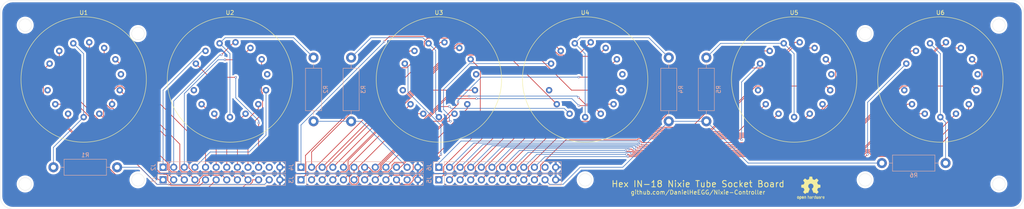
<source format=kicad_pcb>
(kicad_pcb (version 20171130) (host pcbnew "(5.1.5-131-g305ed0b65)-1")
  (layers (0 F.Cu signal) (31 B.Cu signal) (34 B.Paste user) (35 F.Paste user) (36 B.SilkS user) (37 F.SilkS user) (38 B.Mask user) (39 F.Mask user) (44 Edge.Cuts user))
  (net 0 "")
  (net 1 GND)
  (net 2 "Net-(J1-Pad10)")
  (net 3 "Net-(J1-Pad9)")
  (net 4 "Net-(J1-Pad8)")
  (net 5 "Net-(J1-Pad7)")
  (net 6 "Net-(J1-Pad6)")
  (net 7 "Net-(J1-Pad5)")
  (net 8 "Net-(J1-Pad4)")
  (net 9 "Net-(J1-Pad3)")
  (net 10 "Net-(J1-Pad2)")
  (net 11 "Net-(J1-Pad1)")
  (net 12 "Net-(J2-Pad10)")
  (net 13 "Net-(J2-Pad9)")
  (net 14 "Net-(J2-Pad8)")
  (net 15 "Net-(J2-Pad7)")
  (net 16 "Net-(J2-Pad6)")
  (net 17 "Net-(J2-Pad5)")
  (net 18 "Net-(J2-Pad4)")
  (net 19 "Net-(J2-Pad3)")
  (net 20 "Net-(J2-Pad2)")
  (net 21 "Net-(J2-Pad1)")
  (net 22 "Net-(J3-Pad10)")
  (net 23 "Net-(J3-Pad9)")
  (net 24 "Net-(J3-Pad8)")
  (net 25 "Net-(J3-Pad7)")
  (net 26 "Net-(J3-Pad6)")
  (net 27 "Net-(J3-Pad5)")
  (net 28 "Net-(J3-Pad4)")
  (net 29 "Net-(J3-Pad3)")
  (net 30 "Net-(J3-Pad2)")
  (net 31 "Net-(J3-Pad1)")
  (net 32 "Net-(J4-Pad1)")
  (net 33 "Net-(J4-Pad2)")
  (net 34 "Net-(J4-Pad3)")
  (net 35 "Net-(J4-Pad4)")
  (net 36 "Net-(J4-Pad5)")
  (net 37 "Net-(J4-Pad6)")
  (net 38 "Net-(J4-Pad7)")
  (net 39 "Net-(J4-Pad8)")
  (net 40 "Net-(J4-Pad9)")
  (net 41 "Net-(J4-Pad10)")
  (net 42 "Net-(J5-Pad1)")
  (net 43 "Net-(J5-Pad2)")
  (net 44 "Net-(J5-Pad3)")
  (net 45 "Net-(J5-Pad4)")
  (net 46 "Net-(J5-Pad5)")
  (net 47 "Net-(J5-Pad6)")
  (net 48 "Net-(J5-Pad7)")
  (net 49 "Net-(J5-Pad8)")
  (net 50 "Net-(J5-Pad9)")
  (net 51 "Net-(J5-Pad10)")
  (net 52 "Net-(J6-Pad1)")
  (net 53 "Net-(J6-Pad2)")
  (net 54 "Net-(J6-Pad3)")
  (net 55 "Net-(J6-Pad4)")
  (net 56 "Net-(J6-Pad5)")
  (net 57 "Net-(J6-Pad6)")
  (net 58 "Net-(J6-Pad7)")
  (net 59 "Net-(J6-Pad8)")
  (net 60 "Net-(J6-Pad9)")
  (net 61 "Net-(J6-Pad10)")
  (net 62 Anode)
  (net 63 "Net-(U1-Pad1)")
  (net 64 "Net-(U2-Pad1)")
  (net 65 "Net-(U3-Pad1)")
  (net 66 "Net-(U4-Pad1)")
  (net 67 "Net-(U5-Pad1)")
  (net 68 "Net-(U6-Pad1)")
  (net 69 HV)
  (module Symbol:OSHW-Logo2_7.3x6mm_SilkScreen (layer F.Cu) (at 184 80)
    (fp_text reference REF** hide)
    (fp_text value OSHW-Logo2_7.3x6mm_SilkScreen hide)
  )
  (module Connector_PinHeader_2.54mm:PinHeader_1x12_P2.54mm_Vertical (layer B.Cu) (at 29 78 270)
    (fp_text reference J1 (at 0 2.33 270) (layer B.SilkS) (effects (justify mirror)))
    (fp_text value Conn_01x12_Male)
    (pad 12 thru_hole oval (at 0 -27.94 270) (size 1.7 1.7) (drill 1) (layers *.Cu *.Mask) (net 1 GND))
    (pad 11 thru_hole oval (at 0 -25.4 270) (size 1.7 1.7) (drill 1) (layers *.Cu *.Mask) (net 69 HV))
    (pad 10 thru_hole oval (at 0 -22.86 270) (size 1.7 1.7) (drill 1) (layers *.Cu *.Mask) (net 2 "Net-(J1-Pad10)"))
    (pad 9 thru_hole oval (at 0 -20.32 270) (size 1.7 1.7) (drill 1) (layers *.Cu *.Mask) (net 3 "Net-(J1-Pad9)"))
    (pad 8 thru_hole oval (at 0 -17.78 270) (size 1.7 1.7) (drill 1) (layers *.Cu *.Mask) (net 4 "Net-(J1-Pad8)"))
    (pad 7 thru_hole oval (at 0 -15.24 270) (size 1.7 1.7) (drill 1) (layers *.Cu *.Mask) (net 5 "Net-(J1-Pad7)"))
    (pad 6 thru_hole oval (at 0 -12.7 270) (size 1.7 1.7) (drill 1) (layers *.Cu *.Mask) (net 6 "Net-(J1-Pad6)"))
    (pad 5 thru_hole oval (at 0 -10.16 270) (size 1.7 1.7) (drill 1) (layers *.Cu *.Mask) (net 7 "Net-(J1-Pad5)"))
    (pad 4 thru_hole oval (at 0 -7.62 270) (size 1.7 1.7) (drill 1) (layers *.Cu *.Mask) (net 8 "Net-(J1-Pad4)"))
    (pad 3 thru_hole oval (at 0 -5.08 270) (size 1.7 1.7) (drill 1) (layers *.Cu *.Mask) (net 9 "Net-(J1-Pad3)"))
    (pad 2 thru_hole oval (at 0 -2.54 270) (size 1.7 1.7) (drill 1) (layers *.Cu *.Mask) (net 10 "Net-(J1-Pad2)"))
    (pad 1 thru_hole rect (at 0 0 270) (size 1.7 1.7) (drill 1) (layers *.Cu *.Mask) (net 11 "Net-(J1-Pad1)"))
  )
  (module Connector_PinHeader_2.54mm:PinHeader_1x12_P2.54mm_Vertical (layer B.Cu) (at 29 75 270)
    (fp_text reference J2 (at 0 2.33 270) (layer B.SilkS) (effects (justify mirror)))
    (fp_text value Conn_01x12_Male)
    (pad 12 thru_hole oval (at 0 -27.94 270) (size 1.7 1.7) (drill 1) (layers *.Cu *.Mask) (net 1 GND))
    (pad 11 thru_hole oval (at 0 -25.4 270) (size 1.7 1.7) (drill 1) (layers *.Cu *.Mask) (net 69 HV))
    (pad 10 thru_hole oval (at 0 -22.86 270) (size 1.7 1.7) (drill 1) (layers *.Cu *.Mask) (net 12 "Net-(J2-Pad10)"))
    (pad 9 thru_hole oval (at 0 -20.32 270) (size 1.7 1.7) (drill 1) (layers *.Cu *.Mask) (net 13 "Net-(J2-Pad9)"))
    (pad 8 thru_hole oval (at 0 -17.78 270) (size 1.7 1.7) (drill 1) (layers *.Cu *.Mask) (net 14 "Net-(J2-Pad8)"))
    (pad 7 thru_hole oval (at 0 -15.24 270) (size 1.7 1.7) (drill 1) (layers *.Cu *.Mask) (net 15 "Net-(J2-Pad7)"))
    (pad 6 thru_hole oval (at 0 -12.7 270) (size 1.7 1.7) (drill 1) (layers *.Cu *.Mask) (net 16 "Net-(J2-Pad6)"))
    (pad 5 thru_hole oval (at 0 -10.16 270) (size 1.7 1.7) (drill 1) (layers *.Cu *.Mask) (net 17 "Net-(J2-Pad5)"))
    (pad 4 thru_hole oval (at 0 -7.62 270) (size 1.7 1.7) (drill 1) (layers *.Cu *.Mask) (net 18 "Net-(J2-Pad4)"))
    (pad 3 thru_hole oval (at 0 -5.08 270) (size 1.7 1.7) (drill 1) (layers *.Cu *.Mask) (net 19 "Net-(J2-Pad3)"))
    (pad 2 thru_hole oval (at 0 -2.54 270) (size 1.7 1.7) (drill 1) (layers *.Cu *.Mask) (net 20 "Net-(J2-Pad2)"))
    (pad 1 thru_hole rect (at 0 0 270) (size 1.7 1.7) (drill 1) (layers *.Cu *.Mask) (net 21 "Net-(J2-Pad1)"))
  )
  (module Connector_PinHeader_2.54mm:PinHeader_1x12_P2.54mm_Vertical (layer B.Cu) (at 62 78 270)
    (fp_text reference J3 (at 0 2.33 270) (layer B.SilkS) (effects (justify mirror)))
    (fp_text value Conn_01x12_Male)
    (pad 12 thru_hole oval (at 0 -27.94 270) (size 1.7 1.7) (drill 1) (layers *.Cu *.Mask) (net 1 GND))
    (pad 11 thru_hole oval (at 0 -25.4 270) (size 1.7 1.7) (drill 1) (layers *.Cu *.Mask) (net 69 HV))
    (pad 10 thru_hole oval (at 0 -22.86 270) (size 1.7 1.7) (drill 1) (layers *.Cu *.Mask) (net 22 "Net-(J3-Pad10)"))
    (pad 9 thru_hole oval (at 0 -20.32 270) (size 1.7 1.7) (drill 1) (layers *.Cu *.Mask) (net 23 "Net-(J3-Pad9)"))
    (pad 8 thru_hole oval (at 0 -17.78 270) (size 1.7 1.7) (drill 1) (layers *.Cu *.Mask) (net 24 "Net-(J3-Pad8)"))
    (pad 7 thru_hole oval (at 0 -15.24 270) (size 1.7 1.7) (drill 1) (layers *.Cu *.Mask) (net 25 "Net-(J3-Pad7)"))
    (pad 6 thru_hole oval (at 0 -12.7 270) (size 1.7 1.7) (drill 1) (layers *.Cu *.Mask) (net 26 "Net-(J3-Pad6)"))
    (pad 5 thru_hole oval (at 0 -10.16 270) (size 1.7 1.7) (drill 1) (layers *.Cu *.Mask) (net 27 "Net-(J3-Pad5)"))
    (pad 4 thru_hole oval (at 0 -7.62 270) (size 1.7 1.7) (drill 1) (layers *.Cu *.Mask) (net 28 "Net-(J3-Pad4)"))
    (pad 3 thru_hole oval (at 0 -5.08 270) (size 1.7 1.7) (drill 1) (layers *.Cu *.Mask) (net 29 "Net-(J3-Pad3)"))
    (pad 2 thru_hole oval (at 0 -2.54 270) (size 1.7 1.7) (drill 1) (layers *.Cu *.Mask) (net 30 "Net-(J3-Pad2)"))
    (pad 1 thru_hole rect (at 0 0 270) (size 1.7 1.7) (drill 1) (layers *.Cu *.Mask) (net 31 "Net-(J3-Pad1)"))
  )
  (module Connector_PinHeader_2.54mm:PinHeader_1x12_P2.54mm_Vertical (layer B.Cu) (at 62 75 270)
    (fp_text reference J4 (at 0 2.33 270) (layer B.SilkS) (effects (justify mirror)))
    (fp_text value Conn_01x12_Male)
    (pad 1 thru_hole rect (at 0 0 270) (size 1.7 1.7) (drill 1) (layers *.Cu *.Mask) (net 32 "Net-(J4-Pad1)"))
    (pad 2 thru_hole oval (at 0 -2.54 270) (size 1.7 1.7) (drill 1) (layers *.Cu *.Mask) (net 33 "Net-(J4-Pad2)"))
    (pad 3 thru_hole oval (at 0 -5.08 270) (size 1.7 1.7) (drill 1) (layers *.Cu *.Mask) (net 34 "Net-(J4-Pad3)"))
    (pad 4 thru_hole oval (at 0 -7.62 270) (size 1.7 1.7) (drill 1) (layers *.Cu *.Mask) (net 35 "Net-(J4-Pad4)"))
    (pad 5 thru_hole oval (at 0 -10.16 270) (size 1.7 1.7) (drill 1) (layers *.Cu *.Mask) (net 36 "Net-(J4-Pad5)"))
    (pad 6 thru_hole oval (at 0 -12.7 270) (size 1.7 1.7) (drill 1) (layers *.Cu *.Mask) (net 37 "Net-(J4-Pad6)"))
    (pad 7 thru_hole oval (at 0 -15.24 270) (size 1.7 1.7) (drill 1) (layers *.Cu *.Mask) (net 38 "Net-(J4-Pad7)"))
    (pad 8 thru_hole oval (at 0 -17.78 270) (size 1.7 1.7) (drill 1) (layers *.Cu *.Mask) (net 39 "Net-(J4-Pad8)"))
    (pad 9 thru_hole oval (at 0 -20.32 270) (size 1.7 1.7) (drill 1) (layers *.Cu *.Mask) (net 40 "Net-(J4-Pad9)"))
    (pad 10 thru_hole oval (at 0 -22.86 270) (size 1.7 1.7) (drill 1) (layers *.Cu *.Mask) (net 41 "Net-(J4-Pad10)"))
    (pad 11 thru_hole oval (at 0 -25.4 270) (size 1.7 1.7) (drill 1) (layers *.Cu *.Mask) (net 69 HV))
    (pad 12 thru_hole oval (at 0 -27.94 270) (size 1.7 1.7) (drill 1) (layers *.Cu *.Mask) (net 1 GND))
  )
  (module Connector_PinHeader_2.54mm:PinHeader_1x12_P2.54mm_Vertical (layer B.Cu) (at 95 78 270)
    (fp_text reference J5 (at 0 2.33 270) (layer B.SilkS) (effects (justify mirror)))
    (fp_text value Conn_01x12_Male)
    (pad 1 thru_hole rect (at 0 0 270) (size 1.7 1.7) (drill 1) (layers *.Cu *.Mask) (net 42 "Net-(J5-Pad1)"))
    (pad 2 thru_hole oval (at 0 -2.54 270) (size 1.7 1.7) (drill 1) (layers *.Cu *.Mask) (net 43 "Net-(J5-Pad2)"))
    (pad 3 thru_hole oval (at 0 -5.08 270) (size 1.7 1.7) (drill 1) (layers *.Cu *.Mask) (net 44 "Net-(J5-Pad3)"))
    (pad 4 thru_hole oval (at 0 -7.62 270) (size 1.7 1.7) (drill 1) (layers *.Cu *.Mask) (net 45 "Net-(J5-Pad4)"))
    (pad 5 thru_hole oval (at 0 -10.16 270) (size 1.7 1.7) (drill 1) (layers *.Cu *.Mask) (net 46 "Net-(J5-Pad5)"))
    (pad 6 thru_hole oval (at 0 -12.7 270) (size 1.7 1.7) (drill 1) (layers *.Cu *.Mask) (net 47 "Net-(J5-Pad6)"))
    (pad 7 thru_hole oval (at 0 -15.24 270) (size 1.7 1.7) (drill 1) (layers *.Cu *.Mask) (net 48 "Net-(J5-Pad7)"))
    (pad 8 thru_hole oval (at 0 -17.78 270) (size 1.7 1.7) (drill 1) (layers *.Cu *.Mask) (net 49 "Net-(J5-Pad8)"))
    (pad 9 thru_hole oval (at 0 -20.32 270) (size 1.7 1.7) (drill 1) (layers *.Cu *.Mask) (net 50 "Net-(J5-Pad9)"))
    (pad 10 thru_hole oval (at 0 -22.86 270) (size 1.7 1.7) (drill 1) (layers *.Cu *.Mask) (net 51 "Net-(J5-Pad10)"))
    (pad 11 thru_hole oval (at 0 -25.4 270) (size 1.7 1.7) (drill 1) (layers *.Cu *.Mask) (net 69 HV))
    (pad 12 thru_hole oval (at 0 -27.94 270) (size 1.7 1.7) (drill 1) (layers *.Cu *.Mask) (net 1 GND))
  )
  (module Connector_PinHeader_2.54mm:PinHeader_1x12_P2.54mm_Vertical (layer B.Cu) (at 95 75 270)
    (fp_text reference J6 (at 0 2.33 270) (layer B.SilkS) (effects (justify mirror)))
    (fp_text value Conn_01x12_Male)
    (pad 1 thru_hole rect (at 0 0 270) (size 1.7 1.7) (drill 1) (layers *.Cu *.Mask) (net 52 "Net-(J6-Pad1)"))
    (pad 2 thru_hole oval (at 0 -2.54 270) (size 1.7 1.7) (drill 1) (layers *.Cu *.Mask) (net 53 "Net-(J6-Pad2)"))
    (pad 3 thru_hole oval (at 0 -5.08 270) (size 1.7 1.7) (drill 1) (layers *.Cu *.Mask) (net 54 "Net-(J6-Pad3)"))
    (pad 4 thru_hole oval (at 0 -7.62 270) (size 1.7 1.7) (drill 1) (layers *.Cu *.Mask) (net 55 "Net-(J6-Pad4)"))
    (pad 5 thru_hole oval (at 0 -10.16 270) (size 1.7 1.7) (drill 1) (layers *.Cu *.Mask) (net 56 "Net-(J6-Pad5)"))
    (pad 6 thru_hole oval (at 0 -12.7 270) (size 1.7 1.7) (drill 1) (layers *.Cu *.Mask) (net 57 "Net-(J6-Pad6)"))
    (pad 7 thru_hole oval (at 0 -15.24 270) (size 1.7 1.7) (drill 1) (layers *.Cu *.Mask) (net 58 "Net-(J6-Pad7)"))
    (pad 8 thru_hole oval (at 0 -17.78 270) (size 1.7 1.7) (drill 1) (layers *.Cu *.Mask) (net 59 "Net-(J6-Pad8)"))
    (pad 9 thru_hole oval (at 0 -20.32 270) (size 1.7 1.7) (drill 1) (layers *.Cu *.Mask) (net 60 "Net-(J6-Pad9)"))
    (pad 10 thru_hole oval (at 0 -22.86 270) (size 1.7 1.7) (drill 1) (layers *.Cu *.Mask) (net 61 "Net-(J6-Pad10)"))
    (pad 11 thru_hole oval (at 0 -25.4 270) (size 1.7 1.7) (drill 1) (layers *.Cu *.Mask) (net 69 HV))
    (pad 12 thru_hole oval (at 0 -27.94 270) (size 1.7 1.7) (drill 1) (layers *.Cu *.Mask) (net 1 GND))
  )
  (module NixieController:IN-18 (layer F.Cu) (at 10 54)
    (fp_text reference U1 (at 0 -16) (layer F.SilkS))
    (fp_text value IN-18)
    (pad 14 thru_hole circle (at -8.15677 -3.803564) (size 1.524 1.524) (drill 0.762) (layers *.Cu *.Mask) (net 2 "Net-(J1-Pad10)"))
    (pad 13 thru_hole circle (at -5.845032 -6.843653) (size 1.524 1.524) (drill 0.762) (layers *.Cu *.Mask) (net 11 "Net-(J1-Pad1)"))
    (pad 12 thru_hole circle (at -2.480736 -8.651355) (size 1.524 1.524) (drill 0.762) (layers *.Cu *.Mask) (net 62 Anode))
    (pad 11 thru_hole circle (at 1.330284 -8.901142) (size 1.524 1.524) (drill 0.762) (layers *.Cu *.Mask) (net 10 "Net-(J1-Pad2)"))
    (pad 10 thru_hole circle (at 4.901751 -7.548035) (size 1.524 1.524) (drill 0.762) (layers *.Cu *.Mask) (net 9 "Net-(J1-Pad3)"))
    (pad 9 thru_hole circle (at 7.590523 -4.835696) (size 1.524 1.524) (drill 0.762) (layers *.Cu *.Mask) (net 3 "Net-(J1-Pad9)"))
    (pad 8 thru_hole circle (at 8.912412 -1.252557) (size 1.524 1.524) (drill 0.762) (layers *.Cu *.Mask) (net 63 "Net-(U1-Pad1)"))
    (pad 1 thru_hole circle (at -8.629377 2.556138) (size 1.524 1.524) (drill 0.762) (layers *.Cu *.Mask) (net 63 "Net-(U1-Pad1)"))
    (pad 2 thru_hole circle (at -6.792386 5.904531) (size 1.524 1.524) (drill 0.762) (layers *.Cu *.Mask) (net 7 "Net-(J1-Pad5)"))
    (pad 3 thru_hole circle (at -3.732239 8.189651) (size 1.524 1.524) (drill 0.762) (layers *.Cu *.Mask) (net 6 "Net-(J1-Pad6)"))
    (pad 7 thru_hole circle (at 8.629377 2.556138) (size 1.524 1.524) (drill 0.762) (layers *.Cu *.Mask) (net 8 "Net-(J1-Pad4)"))
    (pad 6 thru_hole circle (at 6.792386 5.904531) (size 1.524 1.524) (drill 0.762) (layers *.Cu *.Mask) (net 4 "Net-(J1-Pad8)"))
    (pad 5 thru_hole circle (at 3.732239 8.189651) (size 1.524 1.524) (drill 0.762) (layers *.Cu *.Mask) (net 5 "Net-(J1-Pad7)"))
    (pad 4 thru_hole circle (at 0 9) (size 1.524 1.524) (drill 0.762) (layers *.Cu *.Mask) (net 62 Anode))
  )
  (module NixieController:IN-18 (layer F.Cu) (at 45 54)
    (fp_text reference U2 (at 0 -16) (layer F.SilkS))
    (fp_text value IN-18)
    (pad 14 thru_hole circle (at -8.15677 -3.803564) (size 1.524 1.524) (drill 0.762) (layers *.Cu *.Mask) (net 12 "Net-(J2-Pad10)"))
    (pad 13 thru_hole circle (at -5.845032 -6.843653) (size 1.524 1.524) (drill 0.762) (layers *.Cu *.Mask) (net 21 "Net-(J2-Pad1)"))
    (pad 12 thru_hole circle (at -2.480736 -8.651355) (size 1.524 1.524) (drill 0.762) (layers *.Cu *.Mask) (net 62 Anode))
    (pad 11 thru_hole circle (at 1.330284 -8.901142) (size 1.524 1.524) (drill 0.762) (layers *.Cu *.Mask) (net 20 "Net-(J2-Pad2)"))
    (pad 10 thru_hole circle (at 4.901751 -7.548035) (size 1.524 1.524) (drill 0.762) (layers *.Cu *.Mask) (net 19 "Net-(J2-Pad3)"))
    (pad 9 thru_hole circle (at 7.590523 -4.835696) (size 1.524 1.524) (drill 0.762) (layers *.Cu *.Mask) (net 13 "Net-(J2-Pad9)"))
    (pad 8 thru_hole circle (at 8.912412 -1.252557) (size 1.524 1.524) (drill 0.762) (layers *.Cu *.Mask) (net 64 "Net-(U2-Pad1)"))
    (pad 1 thru_hole circle (at -8.629377 2.556138) (size 1.524 1.524) (drill 0.762) (layers *.Cu *.Mask) (net 64 "Net-(U2-Pad1)"))
    (pad 2 thru_hole circle (at -6.792386 5.904531) (size 1.524 1.524) (drill 0.762) (layers *.Cu *.Mask) (net 17 "Net-(J2-Pad5)"))
    (pad 3 thru_hole circle (at -3.732239 8.189651) (size 1.524 1.524) (drill 0.762) (layers *.Cu *.Mask) (net 16 "Net-(J2-Pad6)"))
    (pad 7 thru_hole circle (at 8.629377 2.556138) (size 1.524 1.524) (drill 0.762) (layers *.Cu *.Mask) (net 18 "Net-(J2-Pad4)"))
    (pad 6 thru_hole circle (at 6.792386 5.904531) (size 1.524 1.524) (drill 0.762) (layers *.Cu *.Mask) (net 14 "Net-(J2-Pad8)"))
    (pad 5 thru_hole circle (at 3.732239 8.189651) (size 1.524 1.524) (drill 0.762) (layers *.Cu *.Mask) (net 15 "Net-(J2-Pad7)"))
    (pad 4 thru_hole circle (at 0 9) (size 1.524 1.524) (drill 0.762) (layers *.Cu *.Mask) (net 62 Anode))
  )
  (module NixieController:IN-18 (layer F.Cu) (at 95 54)
    (fp_text reference U3 (at 0 -16) (layer F.SilkS))
    (fp_text value IN-18)
    (pad 4 thru_hole circle (at 0 9) (size 1.524 1.524) (drill 0.762) (layers *.Cu *.Mask) (net 62 Anode))
    (pad 5 thru_hole circle (at 3.732239 8.189651) (size 1.524 1.524) (drill 0.762) (layers *.Cu *.Mask) (net 25 "Net-(J3-Pad7)"))
    (pad 6 thru_hole circle (at 6.792386 5.904531) (size 1.524 1.524) (drill 0.762) (layers *.Cu *.Mask) (net 24 "Net-(J3-Pad8)"))
    (pad 7 thru_hole circle (at 8.629377 2.556138) (size 1.524 1.524) (drill 0.762) (layers *.Cu *.Mask) (net 28 "Net-(J3-Pad4)"))
    (pad 3 thru_hole circle (at -3.732239 8.189651) (size 1.524 1.524) (drill 0.762) (layers *.Cu *.Mask) (net 26 "Net-(J3-Pad6)"))
    (pad 2 thru_hole circle (at -6.792386 5.904531) (size 1.524 1.524) (drill 0.762) (layers *.Cu *.Mask) (net 27 "Net-(J3-Pad5)"))
    (pad 1 thru_hole circle (at -8.629377 2.556138) (size 1.524 1.524) (drill 0.762) (layers *.Cu *.Mask) (net 65 "Net-(U3-Pad1)"))
    (pad 8 thru_hole circle (at 8.912412 -1.252557) (size 1.524 1.524) (drill 0.762) (layers *.Cu *.Mask) (net 65 "Net-(U3-Pad1)"))
    (pad 9 thru_hole circle (at 7.590523 -4.835696) (size 1.524 1.524) (drill 0.762) (layers *.Cu *.Mask) (net 23 "Net-(J3-Pad9)"))
    (pad 10 thru_hole circle (at 4.901751 -7.548035) (size 1.524 1.524) (drill 0.762) (layers *.Cu *.Mask) (net 29 "Net-(J3-Pad3)"))
    (pad 11 thru_hole circle (at 1.330284 -8.901142) (size 1.524 1.524) (drill 0.762) (layers *.Cu *.Mask) (net 30 "Net-(J3-Pad2)"))
    (pad 12 thru_hole circle (at -2.480736 -8.651355) (size 1.524 1.524) (drill 0.762) (layers *.Cu *.Mask) (net 62 Anode))
    (pad 13 thru_hole circle (at -5.845032 -6.843653) (size 1.524 1.524) (drill 0.762) (layers *.Cu *.Mask) (net 31 "Net-(J3-Pad1)"))
    (pad 14 thru_hole circle (at -8.15677 -3.803564) (size 1.524 1.524) (drill 0.762) (layers *.Cu *.Mask) (net 22 "Net-(J3-Pad10)"))
  )
  (module NixieController:IN-18 (layer F.Cu) (at 130 54)
    (fp_text reference U4 (at 0 -16) (layer F.SilkS))
    (fp_text value IN-18)
    (pad 4 thru_hole circle (at 0 9) (size 1.524 1.524) (drill 0.762) (layers *.Cu *.Mask) (net 62 Anode))
    (pad 5 thru_hole circle (at 3.732239 8.189651) (size 1.524 1.524) (drill 0.762) (layers *.Cu *.Mask) (net 38 "Net-(J4-Pad7)"))
    (pad 6 thru_hole circle (at 6.792386 5.904531) (size 1.524 1.524) (drill 0.762) (layers *.Cu *.Mask) (net 39 "Net-(J4-Pad8)"))
    (pad 7 thru_hole circle (at 8.629377 2.556138) (size 1.524 1.524) (drill 0.762) (layers *.Cu *.Mask) (net 35 "Net-(J4-Pad4)"))
    (pad 3 thru_hole circle (at -3.732239 8.189651) (size 1.524 1.524) (drill 0.762) (layers *.Cu *.Mask) (net 37 "Net-(J4-Pad6)"))
    (pad 2 thru_hole circle (at -6.792386 5.904531) (size 1.524 1.524) (drill 0.762) (layers *.Cu *.Mask) (net 36 "Net-(J4-Pad5)"))
    (pad 1 thru_hole circle (at -8.629377 2.556138) (size 1.524 1.524) (drill 0.762) (layers *.Cu *.Mask) (net 66 "Net-(U4-Pad1)"))
    (pad 8 thru_hole circle (at 8.912412 -1.252557) (size 1.524 1.524) (drill 0.762) (layers *.Cu *.Mask) (net 66 "Net-(U4-Pad1)"))
    (pad 9 thru_hole circle (at 7.590523 -4.835696) (size 1.524 1.524) (drill 0.762) (layers *.Cu *.Mask) (net 40 "Net-(J4-Pad9)"))
    (pad 10 thru_hole circle (at 4.901751 -7.548035) (size 1.524 1.524) (drill 0.762) (layers *.Cu *.Mask) (net 34 "Net-(J4-Pad3)"))
    (pad 11 thru_hole circle (at 1.330284 -8.901142) (size 1.524 1.524) (drill 0.762) (layers *.Cu *.Mask) (net 33 "Net-(J4-Pad2)"))
    (pad 12 thru_hole circle (at -2.480736 -8.651355) (size 1.524 1.524) (drill 0.762) (layers *.Cu *.Mask) (net 62 Anode))
    (pad 13 thru_hole circle (at -5.845032 -6.843653) (size 1.524 1.524) (drill 0.762) (layers *.Cu *.Mask) (net 32 "Net-(J4-Pad1)"))
    (pad 14 thru_hole circle (at -8.15677 -3.803564) (size 1.524 1.524) (drill 0.762) (layers *.Cu *.Mask) (net 41 "Net-(J4-Pad10)"))
  )
  (module NixieController:IN-18 (layer F.Cu) (at 180 54)
    (fp_text reference U5 (at 0 -16) (layer F.SilkS))
    (fp_text value IN-18)
    (pad 4 thru_hole circle (at 0 9) (size 1.524 1.524) (drill 0.762) (layers *.Cu *.Mask) (net 62 Anode))
    (pad 5 thru_hole circle (at 3.732239 8.189651) (size 1.524 1.524) (drill 0.762) (layers *.Cu *.Mask) (net 48 "Net-(J5-Pad7)"))
    (pad 6 thru_hole circle (at 6.792386 5.904531) (size 1.524 1.524) (drill 0.762) (layers *.Cu *.Mask) (net 49 "Net-(J5-Pad8)"))
    (pad 7 thru_hole circle (at 8.629377 2.556138) (size 1.524 1.524) (drill 0.762) (layers *.Cu *.Mask) (net 45 "Net-(J5-Pad4)"))
    (pad 3 thru_hole circle (at -3.732239 8.189651) (size 1.524 1.524) (drill 0.762) (layers *.Cu *.Mask) (net 47 "Net-(J5-Pad6)"))
    (pad 2 thru_hole circle (at -6.792386 5.904531) (size 1.524 1.524) (drill 0.762) (layers *.Cu *.Mask) (net 46 "Net-(J5-Pad5)"))
    (pad 1 thru_hole circle (at -8.629377 2.556138) (size 1.524 1.524) (drill 0.762) (layers *.Cu *.Mask) (net 67 "Net-(U5-Pad1)"))
    (pad 8 thru_hole circle (at 8.912412 -1.252557) (size 1.524 1.524) (drill 0.762) (layers *.Cu *.Mask) (net 67 "Net-(U5-Pad1)"))
    (pad 9 thru_hole circle (at 7.590523 -4.835696) (size 1.524 1.524) (drill 0.762) (layers *.Cu *.Mask) (net 50 "Net-(J5-Pad9)"))
    (pad 10 thru_hole circle (at 4.901751 -7.548035) (size 1.524 1.524) (drill 0.762) (layers *.Cu *.Mask) (net 44 "Net-(J5-Pad3)"))
    (pad 11 thru_hole circle (at 1.330284 -8.901142) (size 1.524 1.524) (drill 0.762) (layers *.Cu *.Mask) (net 43 "Net-(J5-Pad2)"))
    (pad 12 thru_hole circle (at -2.480736 -8.651355) (size 1.524 1.524) (drill 0.762) (layers *.Cu *.Mask) (net 62 Anode))
    (pad 13 thru_hole circle (at -5.845032 -6.843653) (size 1.524 1.524) (drill 0.762) (layers *.Cu *.Mask) (net 42 "Net-(J5-Pad1)"))
    (pad 14 thru_hole circle (at -8.15677 -3.803564) (size 1.524 1.524) (drill 0.762) (layers *.Cu *.Mask) (net 51 "Net-(J5-Pad10)"))
  )
  (module NixieController:IN-18 (layer F.Cu) (at 215 54)
    (fp_text reference U6 (at 0 -16) (layer F.SilkS))
    (fp_text value IN-18)
    (pad 14 thru_hole circle (at -8.15677 -3.803564) (size 1.524 1.524) (drill 0.762) (layers *.Cu *.Mask) (net 61 "Net-(J6-Pad10)"))
    (pad 13 thru_hole circle (at -5.845032 -6.843653) (size 1.524 1.524) (drill 0.762) (layers *.Cu *.Mask) (net 52 "Net-(J6-Pad1)"))
    (pad 12 thru_hole circle (at -2.480736 -8.651355) (size 1.524 1.524) (drill 0.762) (layers *.Cu *.Mask) (net 62 Anode))
    (pad 11 thru_hole circle (at 1.330284 -8.901142) (size 1.524 1.524) (drill 0.762) (layers *.Cu *.Mask) (net 53 "Net-(J6-Pad2)"))
    (pad 10 thru_hole circle (at 4.901751 -7.548035) (size 1.524 1.524) (drill 0.762) (layers *.Cu *.Mask) (net 54 "Net-(J6-Pad3)"))
    (pad 9 thru_hole circle (at 7.590523 -4.835696) (size 1.524 1.524) (drill 0.762) (layers *.Cu *.Mask) (net 60 "Net-(J6-Pad9)"))
    (pad 8 thru_hole circle (at 8.912412 -1.252557) (size 1.524 1.524) (drill 0.762) (layers *.Cu *.Mask) (net 68 "Net-(U6-Pad1)"))
    (pad 1 thru_hole circle (at -8.629377 2.556138) (size 1.524 1.524) (drill 0.762) (layers *.Cu *.Mask) (net 68 "Net-(U6-Pad1)"))
    (pad 2 thru_hole circle (at -6.792386 5.904531) (size 1.524 1.524) (drill 0.762) (layers *.Cu *.Mask) (net 56 "Net-(J6-Pad5)"))
    (pad 3 thru_hole circle (at -3.732239 8.189651) (size 1.524 1.524) (drill 0.762) (layers *.Cu *.Mask) (net 57 "Net-(J6-Pad6)"))
    (pad 7 thru_hole circle (at 8.629377 2.556138) (size 1.524 1.524) (drill 0.762) (layers *.Cu *.Mask) (net 55 "Net-(J6-Pad4)"))
    (pad 6 thru_hole circle (at 6.792386 5.904531) (size 1.524 1.524) (drill 0.762) (layers *.Cu *.Mask) (net 59 "Net-(J6-Pad8)"))
    (pad 5 thru_hole circle (at 3.732239 8.189651) (size 1.524 1.524) (drill 0.762) (layers *.Cu *.Mask) (net 58 "Net-(J6-Pad7)"))
    (pad 4 thru_hole circle (at 0 9) (size 1.524 1.524) (drill 0.762) (layers *.Cu *.Mask) (net 62 Anode))
  )
  (module Resistor_THT:R_Axial_DIN0411_L9.9mm_D3.6mm_P15.24mm_Horizontal (layer B.Cu) (at 18 75 180)
    (fp_text reference R1 (at 7.62 2.92) (layer B.SilkS) (effects (justify mirror)))
    (fp_text value 3K)
    (pad 1 thru_hole circle (at 0 0 180) (size 2.4 2.4) (drill 1.2) (layers *.Cu *.Mask) (net 69 HV))
    (pad 2 thru_hole oval (at 15.24 0 180) (size 2.4 2.4) (drill 1.2) (layers *.Cu *.Mask) (net 62 Anode))
  )
  (module Resistor_THT:R_Axial_DIN0411_L9.9mm_D3.6mm_P15.24mm_Horizontal (layer B.Cu) (at 65 64 90)
    (fp_text reference R2 (at 7.62 2.92 90) (layer B.SilkS) (effects (justify mirror)))
    (fp_text value 3K)
    (pad 1 thru_hole circle (at 0 0 90) (size 2.4 2.4) (drill 1.2) (layers *.Cu *.Mask) (net 69 HV))
    (pad 2 thru_hole oval (at 15.24 0 90) (size 2.4 2.4) (drill 1.2) (layers *.Cu *.Mask) (net 62 Anode))
  )
  (module Resistor_THT:R_Axial_DIN0411_L9.9mm_D3.6mm_P15.24mm_Horizontal (layer B.Cu) (at 74 64 90)
    (fp_text reference R3 (at 7.62 2.92 90) (layer B.SilkS) (effects (justify mirror)))
    (fp_text value 3K)
    (pad 1 thru_hole circle (at 0 0 90) (size 2.4 2.4) (drill 1.2) (layers *.Cu *.Mask) (net 69 HV))
    (pad 2 thru_hole oval (at 15.24 0 90) (size 2.4 2.4) (drill 1.2) (layers *.Cu *.Mask) (net 62 Anode))
  )
  (module Resistor_THT:R_Axial_DIN0411_L9.9mm_D3.6mm_P15.24mm_Horizontal (layer B.Cu) (at 150 64 90)
    (fp_text reference R4 (at 7.62 2.92 90) (layer B.SilkS) (effects (justify mirror)))
    (fp_text value 3K)
    (pad 2 thru_hole oval (at 15.24 0 90) (size 2.4 2.4) (drill 1.2) (layers *.Cu *.Mask) (net 62 Anode))
    (pad 1 thru_hole circle (at 0 0 90) (size 2.4 2.4) (drill 1.2) (layers *.Cu *.Mask) (net 69 HV))
  )
  (module Resistor_THT:R_Axial_DIN0411_L9.9mm_D3.6mm_P15.24mm_Horizontal (layer B.Cu) (at 159 64 90)
    (fp_text reference R5 (at 7.62 2.92 90) (layer B.SilkS) (effects (justify mirror)))
    (fp_text value 3K)
    (pad 2 thru_hole oval (at 15.24 0 90) (size 2.4 2.4) (drill 1.2) (layers *.Cu *.Mask) (net 62 Anode))
    (pad 1 thru_hole circle (at 0 0 90) (size 2.4 2.4) (drill 1.2) (layers *.Cu *.Mask) (net 69 HV))
  )
  (module Resistor_THT:R_Axial_DIN0411_L9.9mm_D3.6mm_P15.24mm_Horizontal (layer B.Cu) (at 201 74)
    (fp_text reference R6 (at 7.62 2.92) (layer B.SilkS) (effects (justify mirror)))
    (fp_text value 3K)
    (pad 2 thru_hole oval (at 15.24 0) (size 2.4 2.4) (drill 1.2) (layers *.Cu *.Mask) (net 62 Anode))
    (pad 1 thru_hole circle (at 0 0) (size 2.4 2.4) (drill 1.2) (layers *.Cu *.Mask) (net 69 HV))
  )
  (gr_text github.com/DanielHeEGG/Nixie-Controller (at 157 81) (layer F.SilkS) (effects (font (size 1 1))))
  (gr_text "Hex IN-18 Nixie Tube Socket Board" (at 157 79) (layer F.SilkS) (effects (font (size 1.5 1.5) (thickness 0.2))))
  (gr_circle (center 229 79) (end 230.5 79) (layer Edge.Cuts) (width 0.05))
  (gr_circle (center 229 41) (end 230.5 41) (layer Edge.Cuts) (width 0.05))
  (gr_circle (center -4 41) (end -2.5 41) (layer Edge.Cuts) (width 0.05))
  (gr_circle (center -4 79) (end -2.5 79) (layer Edge.Cuts) (width 0.05))
  (gr_circle (center 23 78) (end 24.5 78) (layer Edge.Cuts) (width 0.05))
  (gr_arc (start 232 38) (end 235 38) (angle -90) (layer Edge.Cuts) (width 0.05))
  (gr_arc (start 232 82) (end 232 85) (angle -90) (layer Edge.Cuts) (width 0.05))
  (gr_arc (start -7 82) (end -10 82) (angle -90) (layer Edge.Cuts) (width 0.05))
  (gr_arc (start -7 38) (end -7 35) (angle -90) (layer Edge.Cuts) (width 0.05))
  (gr_line (start -10 82) (end -10 38) (layer Edge.Cuts) (width 0.05))
  (gr_line (start 232 85) (end -7 85) (layer Edge.Cuts) (width 0.05))
  (gr_line (start 235 38) (end 235 82) (layer Edge.Cuts) (width 0.05))
  (gr_line (start -7 35) (end 232 35) (layer Edge.Cuts) (width 0.05))
  (gr_circle (center 197 43) (end 198.5 43) (layer Edge.Cuts) (width 0.05))
  (gr_circle (center 197 78) (end 198.5 78) (layer Edge.Cuts) (width 0.05))
  (gr_circle (center 130 78) (end 131.5 78) (layer Edge.Cuts) (width 0.05))
  (gr_circle (center 23 43) (end 24.5 43) (layer Edge.Cuts) (width 0.05))
  (segment (start 49.837729 79.078601) (end 48.802271 79.078601) (width 0.1524) (layer F.Cu) (net 2))
  (segment (start 50.398601 78.517729) (end 49.837729 79.078601) (width 0.1524) (layer F.Cu) (net 2))
  (segment (start 51.86 78) (end 50.398601 78) (width 0.1524) (layer F.Cu) (net 2))
  (segment (start 50.398601 78) (end 50.398601 78.517729) (width 0.1524) (layer F.Cu) (net 2))
  (segment (start 48.802271 79.078601) (end 46.570872 81.31) (width 0.1524) (layer F.Cu) (net 2))
  (segment (start 0.380022 51.659644) (end 1.84323 50.196436) (width 0.1524) (layer F.Cu) (net 2))
  (segment (start 21.764603 81.31) (end 0.380022 59.925419) (width 0.1524) (layer F.Cu) (net 2))
  (segment (start 0.380022 59.925419) (end 0.380022 51.659644) (width 0.1524) (layer F.Cu) (net 2))
  (segment (start 46.570872 81.31) (end 21.764603 81.31) (width 0.1524) (layer F.Cu) (net 2))
  (segment (start 35.158601 66.732382) (end 17.590523 49.164304) (width 0.1524) (layer F.Cu) (net 3))
  (segment (start 35.158601 75.134931) (end 35.158601 66.732382) (width 0.1524) (layer F.Cu) (net 3))
  (segment (start 36.102271 76.078601) (end 35.158601 75.134931) (width 0.1524) (layer F.Cu) (net 3))
  (segment (start 47.398601 76.078601) (end 36.102271 76.078601) (width 0.1524) (layer F.Cu) (net 3))
  (segment (start 49.32 78) (end 47.398601 76.078601) (width 0.1524) (layer F.Cu) (net 3))
  (segment (start 33.562271 76.078601) (end 33.001399 75.517729) (width 0.1524) (layer F.Cu) (net 4))
  (segment (start 33.001399 75.517729) (end 33.001399 69.46207) (width 0.1524) (layer F.Cu) (net 4))
  (segment (start 16.792386 56.927039) (end 16.792386 59.904531) (width 0.1524) (layer F.Cu) (net 4))
  (segment (start 36.209191 76.616588) (end 35.671204 76.078601) (width 0.1524) (layer F.Cu) (net 4))
  (segment (start 18.153888 55.565537) (end 16.792386 56.927039) (width 0.1524) (layer F.Cu) (net 4))
  (segment (start 35.671204 76.078601) (end 33.562271 76.078601) (width 0.1524) (layer F.Cu) (net 4))
  (segment (start 33.001399 69.46207) (end 19.104866 55.565537) (width 0.1524) (layer F.Cu) (net 4))
  (segment (start 19.104866 55.565537) (end 18.153888 55.565537) (width 0.1524) (layer F.Cu) (net 4))
  (segment (start 45.396588 76.616588) (end 36.209191 76.616588) (width 0.1524) (layer F.Cu) (net 4))
  (segment (start 46.78 78) (end 45.396588 76.616588) (width 0.1524) (layer F.Cu) (net 4))
  (segment (start 30.078601 76.967119) (end 29.811482 76.7) (width 0.1524) (layer F.Cu) (net 5))
  (segment (start 37.137729 79.078601) (end 31.022271 79.078601) (width 0.1524) (layer F.Cu) (net 5))
  (segment (start 37.698601 77.865069) (end 37.698601 78.517729) (width 0.1524) (layer F.Cu) (net 5))
  (segment (start 43.161399 76.921399) (end 38.642271 76.921399) (width 0.1524) (layer F.Cu) (net 5))
  (segment (start 37.698601 78.517729) (end 37.137729 79.078601) (width 0.1524) (layer F.Cu) (net 5))
  (segment (start 31.022271 79.078601) (end 30.078601 78.134931) (width 0.1524) (layer F.Cu) (net 5))
  (segment (start 30.078601 78.134931) (end 30.078601 76.967119) (width 0.1524) (layer F.Cu) (net 5))
  (segment (start 38.642271 76.921399) (end 37.698601 77.865069) (width 0.1524) (layer F.Cu) (net 5))
  (segment (start 44.24 78) (end 43.161399 76.921399) (width 0.1524) (layer F.Cu) (net 5))
  (segment (start 29.811482 76.7) (end 28.242588 76.7) (width 0.1524) (layer F.Cu) (net 5))
  (segment (start 28.242588 76.7) (end 13.732239 62.189651) (width 0.1524) (layer F.Cu) (net 5))
  (segment (start 41.7 78) (end 38.694811 81.005189) (width 0.1524) (layer F.Cu) (net 6))
  (segment (start 38.694811 81.005189) (end 21.890859 81.005189) (width 0.1524) (layer F.Cu) (net 6))
  (segment (start 6.267761 65.382091) (end 6.267761 62.189651) (width 0.1524) (layer F.Cu) (net 6))
  (segment (start 21.890859 81.005189) (end 6.267761 65.382091) (width 0.1524) (layer F.Cu) (net 6))
  (segment (start 30.591205 79.078601) (end 27.542776 79.078601) (width 0.1524) (layer F.Cu) (net 7))
  (segment (start 8.368706 59.904531) (end 3.207614 59.904531) (width 0.1524) (layer F.Cu) (net 7))
  (segment (start 27.542776 79.078601) (end 8.368706 59.904531) (width 0.1524) (layer F.Cu) (net 7))
  (segment (start 37.776588 79.383412) (end 30.896015 79.383412) (width 0.1524) (layer F.Cu) (net 7))
  (segment (start 39.16 78) (end 37.776588 79.383412) (width 0.1524) (layer F.Cu) (net 7))
  (segment (start 30.896015 79.383412) (end 30.591205 79.078601) (width 0.1524) (layer F.Cu) (net 7))
  (segment (start 36.62 78) (end 35.003412 76.383412) (width 0.1524) (layer F.Cu) (net 8))
  (segment (start 31.022271 76.078601) (end 30.461399 75.517729) (width 0.1524) (layer F.Cu) (net 8))
  (segment (start 33.436015 76.383412) (end 33.131205 76.078601) (width 0.1524) (layer F.Cu) (net 8))
  (segment (start 33.131205 76.078601) (end 31.022271 76.078601) (width 0.1524) (layer F.Cu) (net 8))
  (segment (start 30.461399 75.517729) (end 30.461399 68.38816) (width 0.1524) (layer F.Cu) (net 8))
  (segment (start 35.003412 76.383412) (end 33.436015 76.383412) (width 0.1524) (layer F.Cu) (net 8))
  (segment (start 30.461399 68.38816) (end 18.629377 56.556138) (width 0.1524) (layer F.Cu) (net 8))
  (segment (start 30.078601 75.565998) (end 30.078601 73.967119) (width 0.1524) (layer F.Cu) (net 9))
  (segment (start 14.901751 59.479986) (end 14.901751 46.451965) (width 0.1524) (layer F.Cu) (net 9))
  (segment (start 16.316897 60.895132) (end 14.901751 59.479986) (width 0.1524) (layer F.Cu) (net 9))
  (segment (start 30.078601 73.967119) (end 17.006614 60.895132) (width 0.1524) (layer F.Cu) (net 9))
  (segment (start 17.006614 60.895132) (end 16.316897 60.895132) (width 0.1524) (layer F.Cu) (net 9))
  (segment (start 30.896015 76.383412) (end 30.078601 75.565998) (width 0.1524) (layer F.Cu) (net 9))
  (segment (start 34.08 78) (end 32.463412 76.383412) (width 0.1524) (layer F.Cu) (net 9))
  (segment (start 32.463412 76.383412) (end 30.896015 76.383412) (width 0.1524) (layer F.Cu) (net 9))
  (segment (start 31.54 78) (end 31.54 77.997451) (width 0.1524) (layer F.Cu) (net 10))
  (segment (start 11.330284 46.176488) (end 11.330284 45.098858) (width 0.1524) (layer F.Cu) (net 10))
  (segment (start 31.54 77.997451) (end 29.925961 76.383412) (width 0.1524) (layer F.Cu) (net 10))
  (segment (start 14.72284 59.732142) (end 11.330284 56.339586) (width 0.1524) (layer F.Cu) (net 10))
  (segment (start 11.330284 56.339586) (end 11.330284 46.176488) (width 0.1524) (layer F.Cu) (net 10))
  (segment (start 28.357066 76.383412) (end 14.72284 62.749186) (width 0.1524) (layer F.Cu) (net 10))
  (segment (start 14.72284 62.749186) (end 14.72284 59.732142) (width 0.1524) (layer F.Cu) (net 10))
  (segment (start 29.925961 76.383412) (end 28.357066 76.383412) (width 0.1524) (layer F.Cu) (net 10))
  (segment (start 27.977867 78) (end 4.154968 54.177101) (width 0.1524) (layer F.Cu) (net 11))
  (segment (start 29 78) (end 27.977867 78) (width 0.1524) (layer F.Cu) (net 11))
  (segment (start 4.154968 48.233977) (end 4.154968 47.156347) (width 0.1524) (layer F.Cu) (net 11))
  (segment (start 4.154968 54.177101) (end 4.154968 48.233977) (width 0.1524) (layer F.Cu) (net 11))
  (via (at 51.9 64.42) (size 0.5) (drill 0.3) (layers F.Cu B.Cu) (net 12))
  (segment (start 51.86 75) (end 51.86 64.46) (width 0.1524) (layer F.Cu) (net 12))
  (segment (start 51.86 64.46) (end 51.9 64.42) (width 0.1524) (layer F.Cu) (net 12))
  (via (at 46.39 53.47) (size 0.5) (drill 0.3) (layers F.Cu B.Cu) (net 12))
  (segment (start 51.9 64.42) (end 51.9 63.891322) (width 0.1524) (layer B.Cu) (net 12))
  (segment (start 46.39 58.381322) (end 46.39 53.47) (width 0.1524) (layer B.Cu) (net 12))
  (segment (start 51.9 63.891322) (end 46.39 58.381322) (width 0.1524) (layer B.Cu) (net 12))
  (segment (start 40.116794 53.47) (end 36.84323 50.196436) (width 0.1524) (layer F.Cu) (net 12))
  (segment (start 46.39 53.47) (end 40.116794 53.47) (width 0.1524) (layer F.Cu) (net 12))
  (segment (start 49.32 75) (end 49.32 65.57) (width 0.1524) (layer F.Cu) (net 13))
  (segment (start 52.782987 57.175838) (end 52.590523 56.983374) (width 0.1524) (layer F.Cu) (net 13))
  (segment (start 52.782987 62.107013) (end 52.782987 57.175838) (width 0.1524) (layer F.Cu) (net 13))
  (segment (start 52.590523 56.983374) (end 52.590523 49.164304) (width 0.1524) (layer F.Cu) (net 13))
  (segment (start 49.32 65.57) (end 52.782987 62.107013) (width 0.1524) (layer F.Cu) (net 13))
  (segment (start 51.792386 60.982161) (end 51.792386 59.904531) (width 0.1524) (layer F.Cu) (net 14))
  (segment (start 46.78 65.994547) (end 51.792386 60.982161) (width 0.1524) (layer F.Cu) (net 14))
  (segment (start 46.78 75) (end 46.78 65.994547) (width 0.1524) (layer F.Cu) (net 14))
  (segment (start 44.24 66.68189) (end 48.732239 62.189651) (width 0.1524) (layer F.Cu) (net 15))
  (segment (start 44.24 75) (end 44.24 66.68189) (width 0.1524) (layer F.Cu) (net 15))
  (segment (start 41.7 62.62189) (end 41.267761 62.189651) (width 0.1524) (layer F.Cu) (net 16))
  (segment (start 41.7 75) (end 41.7 62.62189) (width 0.1524) (layer F.Cu) (net 16))
  (segment (start 39.16 60.856917) (end 38.207614 59.904531) (width 0.1524) (layer F.Cu) (net 17))
  (segment (start 39.16 75) (end 39.16 60.856917) (width 0.1524) (layer F.Cu) (net 17))
  (segment (start 36.62 75) (end 40.28 71.34) (width 0.1524) (layer B.Cu) (net 18))
  (segment (start 40.28 71.34) (end 49.58 71.34) (width 0.1524) (layer B.Cu) (net 18))
  (segment (start 53.629377 67.290623) (end 53.629377 56.556138) (width 0.1524) (layer B.Cu) (net 18))
  (segment (start 49.58 71.34) (end 53.629377 67.290623) (width 0.1524) (layer B.Cu) (net 18))
  (via (at 43.8 49.27) (size 0.5) (drill 0.3) (layers F.Cu B.Cu) (net 19))
  (segment (start 42.190671 49.27) (end 43.8 49.27) (width 0.1524) (layer B.Cu) (net 19))
  (segment (start 34.08 75) (end 34.08 57.380671) (width 0.1524) (layer B.Cu) (net 19))
  (segment (start 34.08 57.380671) (end 42.190671 49.27) (width 0.1524) (layer B.Cu) (net 19))
  (segment (start 47.083716 49.27) (end 49.901751 46.451965) (width 0.1524) (layer F.Cu) (net 19))
  (segment (start 43.8 49.27) (end 47.083716 49.27) (width 0.1524) (layer F.Cu) (net 19))
  (via (at 42.94 48.1) (size 0.5) (drill 0.3) (layers F.Cu B.Cu) (net 20))
  (segment (start 45.941142 45.098858) (end 46.330284 45.098858) (width 0.1524) (layer F.Cu) (net 20))
  (segment (start 42.94 48.1) (end 45.941142 45.098858) (width 0.1524) (layer F.Cu) (net 20))
  (segment (start 31.54 59.146447) (end 42.586447 48.1) (width 0.1524) (layer B.Cu) (net 20))
  (segment (start 42.586447 48.1) (end 42.94 48.1) (width 0.1524) (layer B.Cu) (net 20))
  (segment (start 31.54 75) (end 31.54 59.146447) (width 0.1524) (layer B.Cu) (net 20))
  (segment (start 38.417229 47.156347) (end 39.154968 47.156347) (width 0.1524) (layer B.Cu) (net 21))
  (segment (start 29 56.573576) (end 38.417229 47.156347) (width 0.1524) (layer B.Cu) (net 21))
  (segment (start 29 75) (end 29 56.573576) (width 0.1524) (layer B.Cu) (net 21))
  (segment (start 90.548601 76.921399) (end 95.49 71.98) (width 0.1524) (layer F.Cu) (net 22))
  (via (at 95.49 71.98) (size 0.5) (drill 0.3) (layers F.Cu B.Cu) (net 22))
  (segment (start 89.422271 76.921399) (end 90.548601 76.921399) (width 0.1524) (layer F.Cu) (net 22))
  (segment (start 88.861399 77.482271) (end 89.422271 76.921399) (width 0.1524) (layer F.Cu) (net 22))
  (segment (start 87.917729 79.078601) (end 88.861399 78.134931) (width 0.1524) (layer F.Cu) (net 22))
  (segment (start 88.861399 78.134931) (end 88.861399 77.482271) (width 0.1524) (layer F.Cu) (net 22))
  (segment (start 84.86 78) (end 85.938601 79.078601) (width 0.1524) (layer F.Cu) (net 22))
  (segment (start 85.938601 79.078601) (end 87.917729 79.078601) (width 0.1524) (layer F.Cu) (net 22))
  (segment (start 87.605229 50.958435) (end 86.84323 50.196436) (width 0.1524) (layer B.Cu) (net 22))
  (segment (start 87.605229 57.061029) (end 87.605229 50.958435) (width 0.1524) (layer B.Cu) (net 22))
  (segment (start 95.49 64.9458) (end 87.605229 57.061029) (width 0.1524) (layer B.Cu) (net 22))
  (segment (start 95.49 71.98) (end 95.49 64.9458) (width 0.1524) (layer B.Cu) (net 22))
  (segment (start 83.398601 76.921399) (end 88.991205 76.921399) (width 0.1524) (layer F.Cu) (net 23))
  (segment (start 88.991205 76.921399) (end 89.296015 76.616588) (width 0.1524) (layer F.Cu) (net 23))
  (segment (start 82.32 78) (end 83.398601 76.921399) (width 0.1524) (layer F.Cu) (net 23))
  (segment (start 89.296015 76.616588) (end 89.919742 76.616588) (width 0.1524) (layer F.Cu) (net 23))
  (segment (start 104.903013 61.633317) (end 104.903013 51.476794) (width 0.1524) (layer F.Cu) (net 23))
  (segment (start 89.919742 76.616588) (end 104.903013 61.633317) (width 0.1524) (layer F.Cu) (net 23))
  (segment (start 104.903013 51.476794) (end 102.590523 49.164304) (width 0.1524) (layer F.Cu) (net 23))
  (segment (start 79.78 78) (end 81.224809 76.555191) (width 0.1524) (layer F.Cu) (net 24))
  (segment (start 88.861399 73.913148) (end 101.792386 60.982161) (width 0.1524) (layer F.Cu) (net 24))
  (segment (start 81.224809 76.555191) (end 87.844809 76.555191) (width 0.1524) (layer F.Cu) (net 24))
  (segment (start 101.792386 60.982161) (end 101.792386 59.904531) (width 0.1524) (layer F.Cu) (net 24))
  (segment (start 88.861399 75.538601) (end 88.861399 73.913148) (width 0.1524) (layer F.Cu) (net 24))
  (segment (start 87.844809 76.555191) (end 88.861399 75.538601) (width 0.1524) (layer F.Cu) (net 24))
  (segment (start 98.182953 62.189651) (end 98.732239 62.189651) (width 0.1524) (layer F.Cu) (net 25))
  (segment (start 83.781399 75.134931) (end 83.781399 74.482271) (width 0.1524) (layer F.Cu) (net 25))
  (segment (start 77.24 78) (end 78.551777 76.688223) (width 0.1524) (layer F.Cu) (net 25))
  (segment (start 80.550241 76.688223) (end 81.159862 76.078601) (width 0.1524) (layer F.Cu) (net 25))
  (segment (start 83.781399 74.482271) (end 84.342271 73.921399) (width 0.1524) (layer F.Cu) (net 25))
  (segment (start 86.451205 73.921399) (end 98.182953 62.189651) (width 0.1524) (layer F.Cu) (net 25))
  (segment (start 84.342271 73.921399) (end 86.451205 73.921399) (width 0.1524) (layer F.Cu) (net 25))
  (segment (start 81.159862 76.078601) (end 82.837729 76.078601) (width 0.1524) (layer F.Cu) (net 25))
  (segment (start 78.551777 76.688223) (end 80.550241 76.688223) (width 0.1524) (layer F.Cu) (net 25))
  (segment (start 82.837729 76.078601) (end 83.781399 75.134931) (width 0.1524) (layer F.Cu) (net 25))
  (segment (start 75.778601 76.921399) (end 75.778601 74.865069) (width 0.1524) (layer F.Cu) (net 26))
  (segment (start 75.778601 74.865069) (end 88.454019 62.189651) (width 0.1524) (layer F.Cu) (net 26))
  (segment (start 88.454019 62.189651) (end 91.267761 62.189651) (width 0.1524) (layer F.Cu) (net 26))
  (segment (start 74.7 78) (end 75.778601 76.921399) (width 0.1524) (layer F.Cu) (net 26))
  (segment (start 73.591113 76.568887) (end 73.591113 74.57102) (width 0.1524) (layer F.Cu) (net 27))
  (segment (start 87.445615 60.716518) (end 87.445615 60.66653) (width 0.1524) (layer F.Cu) (net 27))
  (segment (start 87.445615 60.66653) (end 88.207614 59.904531) (width 0.1524) (layer F.Cu) (net 27))
  (segment (start 72.16 78) (end 73.591113 76.568887) (width 0.1524) (layer F.Cu) (net 27))
  (segment (start 73.591113 74.57102) (end 87.445615 60.716518) (width 0.1524) (layer F.Cu) (net 27))
  (segment (start 73.264809 75.491521) (end 73.264809 73.381245) (width 0.1524) (layer F.Cu) (net 28))
  (segment (start 73.264809 73.381245) (end 90.089916 56.556138) (width 0.1524) (layer F.Cu) (net 28))
  (segment (start 90.089916 56.556138) (end 102.551747 56.556138) (width 0.1524) (layer F.Cu) (net 28))
  (segment (start 72.677729 76.078601) (end 73.264809 75.491521) (width 0.1524) (layer F.Cu) (net 28))
  (segment (start 71.541399 76.078601) (end 72.677729 76.078601) (width 0.1524) (layer F.Cu) (net 28))
  (segment (start 69.62 78) (end 71.541399 76.078601) (width 0.1524) (layer F.Cu) (net 28))
  (segment (start 102.551747 56.556138) (end 103.629377 56.556138) (width 0.1524) (layer F.Cu) (net 28))
  (segment (start 67.08 78) (end 68.158601 76.921399) (width 0.1524) (layer F.Cu) (net 29))
  (segment (start 86.018312 59.30038) (end 98.866727 46.451965) (width 0.1524) (layer F.Cu) (net 29))
  (segment (start 83.72329 59.30038) (end 86.018312 59.30038) (width 0.1524) (layer F.Cu) (net 29))
  (segment (start 68.158601 74.865069) (end 83.72329 59.30038) (width 0.1524) (layer F.Cu) (net 29))
  (segment (start 68.158601 76.921399) (end 68.158601 74.865069) (width 0.1524) (layer F.Cu) (net 29))
  (segment (start 98.866727 46.451965) (end 99.901751 46.451965) (width 0.1524) (layer F.Cu) (net 29))
  (segment (start 95.384812 45.098858) (end 96.330284 45.098858) (width 0.1524) (layer F.Cu) (net 30))
  (segment (start 65.618601 74.865069) (end 95.384812 45.098858) (width 0.1524) (layer F.Cu) (net 30))
  (segment (start 65.618601 76.921399) (end 65.618601 74.865069) (width 0.1524) (layer F.Cu) (net 30))
  (segment (start 64.54 78) (end 65.618601 76.921399) (width 0.1524) (layer F.Cu) (net 30))
  (segment (start 63.078601 76.921399) (end 63.078601 72.155084) (width 0.1524) (layer F.Cu) (net 31))
  (segment (start 88.077338 47.156347) (end 89.154968 47.156347) (width 0.1524) (layer F.Cu) (net 31))
  (segment (start 63.078601 72.155084) (end 88.077338 47.156347) (width 0.1524) (layer F.Cu) (net 31))
  (segment (start 62 78) (end 63.078601 76.921399) (width 0.1524) (layer F.Cu) (net 31))
  (segment (start 81.86 45.02567) (end 81.86 44.96) (width 0.1524) (layer B.Cu) (net 32))
  (segment (start 62 75) (end 62 64.88567) (width 0.1524) (layer B.Cu) (net 32))
  (via (at 81.86 44.96) (size 0.5) (drill 0.3) (layers F.Cu B.Cu) (net 32))
  (segment (start 62 64.88567) (end 81.86 45.02567) (width 0.1524) (layer B.Cu) (net 32))
  (segment (start 81.86 44.96) (end 83.134811 43.685189) (width 0.1524) (layer F.Cu) (net 32))
  (segment (start 120.68381 43.685189) (end 123.392969 46.394348) (width 0.1524) (layer F.Cu) (net 32))
  (segment (start 123.392969 46.394348) (end 124.154968 47.156347) (width 0.1524) (layer F.Cu) (net 32))
  (segment (start 83.134811 43.685189) (end 120.68381 43.685189) (width 0.1524) (layer F.Cu) (net 32))
  (segment (start 123.679479 48.146948) (end 128.282194 48.146948) (width 0.1524) (layer F.Cu) (net 33))
  (segment (start 128.282194 48.146948) (end 131.330284 45.098858) (width 0.1524) (layer F.Cu) (net 33))
  (segment (start 92.293562 44.108257) (end 119.640788 44.108257) (width 0.1524) (layer F.Cu) (net 33))
  (segment (start 91.528663 44.873156) (end 92.293562 44.108257) (width 0.1524) (layer F.Cu) (net 33))
  (segment (start 91.528663 46.977093) (end 91.528663 44.873156) (width 0.1524) (layer F.Cu) (net 33))
  (segment (start 87.318719 51.187037) (end 91.528663 46.977093) (width 0.1524) (layer F.Cu) (net 33))
  (segment (start 84.698633 51.187037) (end 87.318719 51.187037) (width 0.1524) (layer F.Cu) (net 33))
  (segment (start 64.54 75) (end 64.54 71.34567) (width 0.1524) (layer F.Cu) (net 33))
  (segment (start 119.640788 44.108257) (end 123.679479 48.146948) (width 0.1524) (layer F.Cu) (net 33))
  (segment (start 64.54 71.34567) (end 84.698633 51.187037) (width 0.1524) (layer F.Cu) (net 33))
  (segment (start 117.921364 45.461364) (end 120.911759 48.451759) (width 0.1524) (layer F.Cu) (net 34))
  (segment (start 120.911759 48.451759) (end 132.901957 48.451759) (width 0.1524) (layer F.Cu) (net 34))
  (segment (start 99.426262 45.461364) (end 117.921364 45.461364) (width 0.1524) (layer F.Cu) (net 34))
  (segment (start 85.892056 58.995569) (end 99.426262 45.461364) (width 0.1524) (layer F.Cu) (net 34))
  (segment (start 132.901957 48.451759) (end 134.901751 46.451965) (width 0.1524) (layer F.Cu) (net 34))
  (segment (start 67.08 75) (end 83.084431 58.995569) (width 0.1524) (layer F.Cu) (net 34))
  (segment (start 83.084431 58.995569) (end 85.892056 58.995569) (width 0.1524) (layer F.Cu) (net 34))
  (segment (start 111.907852 48.173703) (end 118.354407 48.173703) (width 0.1524) (layer F.Cu) (net 35))
  (segment (start 126.736842 56.556138) (end 138.629377 56.556138) (width 0.1524) (layer F.Cu) (net 35))
  (segment (start 85.014809 59.605191) (end 86.178731 59.605191) (width 0.1524) (layer F.Cu) (net 35))
  (segment (start 69.62 75) (end 85.014809 59.605191) (width 0.1524) (layer F.Cu) (net 35))
  (segment (start 97.915029 47.868892) (end 111.603042 47.868892) (width 0.1524) (layer F.Cu) (net 35))
  (segment (start 86.178731 59.605191) (end 97.915029 47.868892) (width 0.1524) (layer F.Cu) (net 35))
  (segment (start 118.354407 48.173703) (end 126.736842 56.556138) (width 0.1524) (layer F.Cu) (net 35))
  (segment (start 111.603042 47.868892) (end 111.907852 48.173703) (width 0.1524) (layer F.Cu) (net 35))
  (segment (start 98.041285 48.173703) (end 111.476786 48.173703) (width 0.1524) (layer F.Cu) (net 36))
  (segment (start 72.16 74.054988) (end 98.041285 48.173703) (width 0.1524) (layer F.Cu) (net 36))
  (segment (start 72.16 75) (end 72.16 74.054988) (width 0.1524) (layer F.Cu) (net 36))
  (segment (start 111.476786 48.173703) (end 123.207614 59.904531) (width 0.1524) (layer F.Cu) (net 36))
  (via (at 97.47 60.47) (size 0.5) (drill 0.3) (layers F.Cu B.Cu) (net 37))
  (segment (start 124.973242 60.895132) (end 126.267761 62.189651) (width 0.1524) (layer B.Cu) (net 37))
  (segment (start 97.895132 60.895132) (end 124.973242 60.895132) (width 0.1524) (layer B.Cu) (net 37))
  (segment (start 97.47 60.47) (end 97.895132 60.895132) (width 0.1524) (layer B.Cu) (net 37))
  (segment (start 73.621399 77.280682) (end 73.621399 78.517729) (width 0.1524) (layer F.Cu) (net 37))
  (segment (start 75.217729 79.078601) (end 75.778601 78.517729) (width 0.1524) (layer F.Cu) (net 37))
  (segment (start 74.7 75) (end 74.7 76.202081) (width 0.1524) (layer F.Cu) (net 37))
  (segment (start 75.778601 78.517729) (end 75.778601 77.352465) (width 0.1524) (layer F.Cu) (net 37))
  (segment (start 75.778601 77.352465) (end 77.052465 76.078601) (width 0.1524) (layer F.Cu) (net 37))
  (segment (start 77.052465 76.078601) (end 78.831205 76.078601) (width 0.1524) (layer F.Cu) (net 37))
  (segment (start 78.831205 76.078601) (end 79.136015 76.383412) (width 0.1524) (layer F.Cu) (net 37))
  (segment (start 95.301066 60.47) (end 97.47 60.47) (width 0.1524) (layer F.Cu) (net 37))
  (segment (start 79.136015 76.383412) (end 80.423985 76.383412) (width 0.1524) (layer F.Cu) (net 37))
  (segment (start 81.241399 74.529667) (end 95.301066 60.47) (width 0.1524) (layer F.Cu) (net 37))
  (segment (start 80.423985 76.383412) (end 81.241399 75.565998) (width 0.1524) (layer F.Cu) (net 37))
  (segment (start 74.182271 79.078601) (end 75.217729 79.078601) (width 0.1524) (layer F.Cu) (net 37))
  (segment (start 74.7 76.202081) (end 73.621399 77.280682) (width 0.1524) (layer F.Cu) (net 37))
  (segment (start 81.241399 75.565998) (end 81.241399 74.529667) (width 0.1524) (layer F.Cu) (net 37))
  (segment (start 73.621399 78.517729) (end 74.182271 79.078601) (width 0.1524) (layer F.Cu) (net 37))
  (via (at 103.99 58.58) (size 0.5) (drill 0.3) (layers F.Cu B.Cu) (net 38))
  (via (at 128.5 60.25) (size 0.5) (drill 0.3) (layers F.Cu B.Cu) (net 38))
  (segment (start 103.99 58.58) (end 126.83 58.58) (width 0.1524) (layer B.Cu) (net 38))
  (segment (start 126.83 58.58) (end 128.5 60.25) (width 0.1524) (layer B.Cu) (net 38))
  (segment (start 131.792588 60.25) (end 133.732239 62.189651) (width 0.1524) (layer F.Cu) (net 38))
  (segment (start 128.5 60.25) (end 131.792588 60.25) (width 0.1524) (layer F.Cu) (net 38))
  (segment (start 80.297729 76.078601) (end 80.936588 75.439742) (width 0.1524) (layer F.Cu) (net 38))
  (segment (start 80.936588 74.403413) (end 96.760001 58.58) (width 0.1524) (layer F.Cu) (net 38))
  (segment (start 80.936588 75.439742) (end 80.936588 74.403413) (width 0.1524) (layer F.Cu) (net 38))
  (segment (start 79.262271 76.078601) (end 80.297729 76.078601) (width 0.1524) (layer F.Cu) (net 38))
  (segment (start 78.18367 75) (end 79.262271 76.078601) (width 0.1524) (layer F.Cu) (net 38))
  (segment (start 96.760001 58.58) (end 103.99 58.58) (width 0.1524) (layer F.Cu) (net 38))
  (segment (start 77.24 75) (end 78.18367 75) (width 0.1524) (layer F.Cu) (net 38))
  (segment (start 79.908935 75) (end 96.938935 57.97) (width 0.1524) (layer F.Cu) (net 39))
  (segment (start 79.78 75) (end 79.908935 75) (width 0.1524) (layer F.Cu) (net 39))
  (via (at 102.21 57.97) (size 0.5) (drill 0.3) (layers F.Cu B.Cu) (net 39))
  (segment (start 96.938935 57.97) (end 102.21 57.97) (width 0.1524) (layer F.Cu) (net 39))
  (via (at 128.35 58.25) (size 0.5) (drill 0.3) (layers F.Cu B.Cu) (net 39))
  (segment (start 102.21 57.97) (end 128.07 57.97) (width 0.1524) (layer B.Cu) (net 39))
  (segment (start 128.07 57.97) (end 128.35 58.25) (width 0.1524) (layer B.Cu) (net 39))
  (segment (start 130.004531 59.904531) (end 136.792386 59.904531) (width 0.1524) (layer F.Cu) (net 39))
  (segment (start 128.35 58.25) (end 130.004531 59.904531) (width 0.1524) (layer F.Cu) (net 39))
  (segment (start 99.58 59.88609) (end 99.58 59.38) (width 0.1524) (layer F.Cu) (net 40))
  (segment (start 82.32 75) (end 93.329399 63.990601) (width 0.1524) (layer F.Cu) (net 40))
  (via (at 99.58 59.38) (size 0.5) (drill 0.3) (layers F.Cu B.Cu) (net 40))
  (segment (start 95.475489 63.990601) (end 99.58 59.88609) (width 0.1524) (layer F.Cu) (net 40))
  (segment (start 93.329399 63.990601) (end 95.475489 63.990601) (width 0.1524) (layer F.Cu) (net 40))
  (via (at 128.47 53.44) (size 0.5) (drill 0.3) (layers F.Cu B.Cu) (net 40))
  (segment (start 105.166447 53.44) (end 128.47 53.44) (width 0.1524) (layer B.Cu) (net 40))
  (segment (start 99.58 59.38) (end 99.58 59.026447) (width 0.1524) (layer B.Cu) (net 40))
  (segment (start 99.58 59.026447) (end 105.166447 53.44) (width 0.1524) (layer B.Cu) (net 40))
  (segment (start 133.314827 53.44) (end 137.590523 49.164304) (width 0.1524) (layer F.Cu) (net 40))
  (segment (start 128.47 53.44) (end 133.314827 53.44) (width 0.1524) (layer F.Cu) (net 40))
  (segment (start 85.80367 75) (end 96.81367 63.99) (width 0.1524) (layer F.Cu) (net 41))
  (segment (start 84.86 75) (end 85.80367 75) (width 0.1524) (layer F.Cu) (net 41))
  (segment (start 96.81367 63.99) (end 97.76 63.99) (width 0.1524) (layer F.Cu) (net 41))
  (via (at 97.76 63.99) (size 0.5) (drill 0.3) (layers F.Cu B.Cu) (net 41))
  (segment (start 97.510001 63.740001) (end 97.510001 62.600001) (width 0.1524) (layer B.Cu) (net 41))
  (segment (start 97.76 63.99) (end 97.510001 63.740001) (width 0.1524) (layer B.Cu) (net 41))
  (segment (start 97.510001 62.600001) (end 96.1 61.19) (width 0.1524) (layer B.Cu) (net 41))
  (segment (start 96.1 61.19) (end 96.1 56.41) (width 0.1524) (layer B.Cu) (net 41))
  (segment (start 102.313564 50.196436) (end 121.84323 50.196436) (width 0.1524) (layer B.Cu) (net 41))
  (segment (start 96.1 56.41) (end 102.313564 50.196436) (width 0.1524) (layer B.Cu) (net 41))
  (segment (start 164.729323 47.156347) (end 174.154968 47.156347) (width 0.1524) (layer F.Cu) (net 42))
  (segment (start 147.895069 63.990601) (end 164.729323 47.156347) (width 0.1524) (layer F.Cu) (net 42))
  (segment (start 106.953069 63.990601) (end 147.895069 63.990601) (width 0.1524) (layer F.Cu) (net 42))
  (segment (start 96.078601 74.865069) (end 106.953069 63.990601) (width 0.1524) (layer F.Cu) (net 42))
  (segment (start 96.078601 76.921399) (end 96.078601 74.865069) (width 0.1524) (layer F.Cu) (net 42))
  (segment (start 95 78) (end 96.078601 76.921399) (width 0.1524) (layer F.Cu) (net 42))
  (segment (start 98.618601 74.865069) (end 108.055069 65.428601) (width 0.1524) (layer F.Cu) (net 43))
  (segment (start 174.106323 51.245189) (end 180.252654 45.098858) (width 0.1524) (layer F.Cu) (net 43))
  (segment (start 98.618601 76.921399) (end 98.618601 74.865069) (width 0.1524) (layer F.Cu) (net 43))
  (segment (start 180.252654 45.098858) (end 181.330284 45.098858) (width 0.1524) (layer F.Cu) (net 43))
  (segment (start 155.457069 65.428601) (end 169.640481 51.245189) (width 0.1524) (layer F.Cu) (net 43))
  (segment (start 97.54 78) (end 98.618601 76.921399) (width 0.1524) (layer F.Cu) (net 43))
  (segment (start 169.640481 51.245189) (end 174.106323 51.245189) (width 0.1524) (layer F.Cu) (net 43))
  (segment (start 108.055069 65.428601) (end 155.457069 65.428601) (width 0.1524) (layer F.Cu) (net 43))
  (segment (start 110.23367 65.79) (end 160.208934 65.79) (width 0.1524) (layer F.Cu) (net 44))
  (segment (start 100.08 78) (end 101.158601 76.921399) (width 0.1524) (layer F.Cu) (net 44))
  (segment (start 101.158601 74.865069) (end 110.23367 65.79) (width 0.1524) (layer F.Cu) (net 44))
  (segment (start 101.158601 76.921399) (end 101.158601 74.865069) (width 0.1524) (layer F.Cu) (net 44))
  (segment (start 183.824121 46.451965) (end 184.901751 46.451965) (width 0.1524) (layer F.Cu) (net 44))
  (segment (start 179.546969 46.451965) (end 183.824121 46.451965) (width 0.1524) (layer F.Cu) (net 44))
  (segment (start 160.208934 65.79) (end 179.546969 46.451965) (width 0.1524) (layer F.Cu) (net 44))
  (segment (start 102.62 78) (end 103.698601 76.921399) (width 0.1524) (layer F.Cu) (net 45))
  (segment (start 103.698601 74.865069) (end 112.42367 66.14) (width 0.1524) (layer F.Cu) (net 45))
  (segment (start 103.698601 76.921399) (end 103.698601 74.865069) (width 0.1524) (layer F.Cu) (net 45))
  (segment (start 187.638776 55.565537) (end 188.629377 56.556138) (width 0.1524) (layer F.Cu) (net 45))
  (segment (start 160.320671 66.14) (end 170.895134 55.565537) (width 0.1524) (layer F.Cu) (net 45))
  (segment (start 112.42367 66.14) (end 160.320671 66.14) (width 0.1524) (layer F.Cu) (net 45))
  (segment (start 170.895134 55.565537) (end 187.638776 55.565537) (width 0.1524) (layer F.Cu) (net 45))
  (segment (start 106.238601 74.865069) (end 114.64367 66.46) (width 0.1524) (layer F.Cu) (net 46))
  (segment (start 105.16 78) (end 106.238601 76.921399) (width 0.1524) (layer F.Cu) (net 46))
  (segment (start 106.238601 76.921399) (end 106.238601 74.865069) (width 0.1524) (layer F.Cu) (net 46))
  (segment (start 166.652145 66.46) (end 173.207614 59.904531) (width 0.1524) (layer F.Cu) (net 46))
  (segment (start 114.64367 66.46) (end 166.652145 66.46) (width 0.1524) (layer F.Cu) (net 46))
  (segment (start 108.778601 74.865069) (end 116.80367 66.84) (width 0.1524) (layer F.Cu) (net 47))
  (segment (start 107.7 78) (end 108.778601 76.921399) (width 0.1524) (layer F.Cu) (net 47))
  (segment (start 108.778601 76.921399) (end 108.778601 74.865069) (width 0.1524) (layer F.Cu) (net 47))
  (segment (start 171.617412 66.84) (end 176.267761 62.189651) (width 0.1524) (layer F.Cu) (net 47))
  (segment (start 116.80367 66.84) (end 171.617412 66.84) (width 0.1524) (layer F.Cu) (net 47))
  (segment (start 110.24 78) (end 111.318601 76.921399) (width 0.1524) (layer F.Cu) (net 48))
  (segment (start 111.318601 74.865069) (end 118.98367 67.2) (width 0.1524) (layer F.Cu) (net 48))
  (segment (start 111.318601 76.921399) (end 111.318601 74.865069) (width 0.1524) (layer F.Cu) (net 48))
  (segment (start 178.72189 67.2) (end 183.732239 62.189651) (width 0.1524) (layer F.Cu) (net 48))
  (segment (start 118.98367 67.2) (end 178.72189 67.2) (width 0.1524) (layer F.Cu) (net 48))
  (segment (start 186.792386 60.939555) (end 186.792386 59.904531) (width 0.1524) (layer F.Cu) (net 49))
  (segment (start 121.20367 67.52) (end 180.211941 67.52) (width 0.1524) (layer F.Cu) (net 49))
  (segment (start 180.211941 67.52) (end 186.792386 60.939555) (width 0.1524) (layer F.Cu) (net 49))
  (segment (start 113.858601 76.921399) (end 113.858601 74.865069) (width 0.1524) (layer F.Cu) (net 49))
  (segment (start 112.78 78) (end 113.858601 76.921399) (width 0.1524) (layer F.Cu) (net 49))
  (segment (start 113.858601 74.865069) (end 121.20367 67.52) (width 0.1524) (layer F.Cu) (net 49))
  (segment (start 115.32 78) (end 116.398601 76.921399) (width 0.1524) (layer F.Cu) (net 50))
  (segment (start 116.398601 74.865069) (end 123.41367 67.85) (width 0.1524) (layer F.Cu) (net 50))
  (segment (start 116.398601 76.921399) (end 116.398601 74.865069) (width 0.1524) (layer F.Cu) (net 50))
  (segment (start 189.903013 51.476794) (end 187.590523 49.164304) (width 0.1524) (layer F.Cu) (net 50))
  (segment (start 180.313007 67.85) (end 189.903013 58.259994) (width 0.1524) (layer F.Cu) (net 50))
  (segment (start 189.903013 58.259994) (end 189.903013 51.476794) (width 0.1524) (layer F.Cu) (net 50))
  (segment (start 123.41367 67.85) (end 180.313007 67.85) (width 0.1524) (layer F.Cu) (net 50))
  (segment (start 171.84323 50.196436) (end 167.423536 54.61613) (width 0.1524) (layer B.Cu) (net 51))
  (segment (start 167.423536 54.61613) (end 167.423536 68.43139) (width 0.1524) (layer B.Cu) (net 51))
  (via (at 167.423536 68.43139) (size 0.5) (drill 0.3) (layers F.Cu B.Cu) (net 51))
  (segment (start 119.321399 74.482271) (end 125.37228 68.43139) (width 0.1524) (layer F.Cu) (net 51))
  (segment (start 142.660921 68.181391) (end 167.173537 68.181391) (width 0.1524) (layer F.Cu) (net 51))
  (segment (start 125.37228 68.43139) (end 142.410922 68.43139) (width 0.1524) (layer F.Cu) (net 51))
  (segment (start 119.321399 76.538601) (end 119.321399 74.482271) (width 0.1524) (layer F.Cu) (net 51))
  (segment (start 142.410922 68.43139) (end 142.660921 68.181391) (width 0.1524) (layer F.Cu) (net 51))
  (segment (start 167.173537 68.181391) (end 167.423536 68.43139) (width 0.1524) (layer F.Cu) (net 51))
  (segment (start 117.86 78) (end 119.321399 76.538601) (width 0.1524) (layer F.Cu) (net 51))
  (segment (start 100.273306 68.724294) (end 142.82635 68.724294) (width 0.1524) (layer B.Cu) (net 52))
  (segment (start 209.154968 47.156347) (end 208.077338 47.156347) (width 0.1524) (layer F.Cu) (net 52))
  (segment (start 208.077338 47.156347) (end 186.117808 69.115877) (width 0.1524) (layer F.Cu) (net 52))
  (segment (start 143.281187 68.724294) (end 142.82635 68.724294) (width 0.1524) (layer F.Cu) (net 52))
  (segment (start 95 75) (end 95 73.9976) (width 0.1524) (layer B.Cu) (net 52))
  (segment (start 143.67277 69.115877) (end 143.281187 68.724294) (width 0.1524) (layer F.Cu) (net 52))
  (via (at 142.82635 68.724294) (size 0.5) (drill 0.3) (layers F.Cu B.Cu) (net 52))
  (segment (start 186.117808 69.115877) (end 143.67277 69.115877) (width 0.1524) (layer F.Cu) (net 52))
  (segment (start 95 73.9976) (end 100.273306 68.724294) (width 0.1524) (layer B.Cu) (net 52))
  (segment (start 190.961599 69.636938) (end 143.485499 69.636938) (width 0.1524) (layer F.Cu) (net 53))
  (via (at 143.2355 69.386939) (size 0.5) (drill 0.3) (layers F.Cu B.Cu) (net 53))
  (segment (start 103.337096 69.202904) (end 143.051465 69.202904) (width 0.1524) (layer B.Cu) (net 53))
  (segment (start 215.568285 45.860857) (end 214.73768 45.860857) (width 0.1524) (layer F.Cu) (net 53))
  (segment (start 143.485499 69.636938) (end 143.2355 69.386939) (width 0.1524) (layer F.Cu) (net 53))
  (segment (start 97.54 75) (end 103.337096 69.202904) (width 0.1524) (layer B.Cu) (net 53))
  (segment (start 214.73768 45.860857) (end 190.961599 69.636938) (width 0.1524) (layer F.Cu) (net 53))
  (segment (start 143.051465 69.202904) (end 143.2355 69.386939) (width 0.1524) (layer B.Cu) (net 53))
  (segment (start 216.330284 45.098858) (end 215.568285 45.860857) (width 0.1524) (layer F.Cu) (net 53))
  (via (at 142.653373 69.681505) (size 0.5) (drill 0.3) (layers F.Cu B.Cu) (net 54))
  (segment (start 214.577639 46.451965) (end 191.0074 70.022204) (width 0.1524) (layer F.Cu) (net 54))
  (segment (start 219.901751 46.451965) (end 214.577639 46.451965) (width 0.1524) (layer F.Cu) (net 54))
  (segment (start 100.08 75) (end 105.512351 69.567649) (width 0.1524) (layer B.Cu) (net 54))
  (segment (start 142.539517 69.567649) (end 142.653373 69.681505) (width 0.1524) (layer B.Cu) (net 54))
  (segment (start 191.0074 70.022204) (end 142.994072 70.022204) (width 0.1524) (layer F.Cu) (net 54))
  (segment (start 105.512351 69.567649) (end 142.539517 69.567649) (width 0.1524) (layer B.Cu) (net 54))
  (segment (start 142.994072 70.022204) (end 142.653373 69.681505) (width 0.1524) (layer F.Cu) (net 54))
  (segment (start 222.638776 55.565537) (end 205.895134 55.565537) (width 0.1524) (layer F.Cu) (net 55))
  (segment (start 205.895134 55.565537) (end 191.05856 70.402111) (width 0.1524) (layer F.Cu) (net 55))
  (segment (start 142.451521 70.402111) (end 142.201522 70.152112) (width 0.1524) (layer F.Cu) (net 55))
  (via (at 142.201522 70.152112) (size 0.5) (drill 0.3) (layers F.Cu B.Cu) (net 55))
  (segment (start 141.92187 69.87246) (end 142.201522 70.152112) (width 0.1524) (layer B.Cu) (net 55))
  (segment (start 107.74754 69.87246) (end 141.92187 69.87246) (width 0.1524) (layer B.Cu) (net 55))
  (segment (start 102.62 75) (end 107.74754 69.87246) (width 0.1524) (layer B.Cu) (net 55))
  (segment (start 223.629377 56.556138) (end 222.638776 55.565537) (width 0.1524) (layer F.Cu) (net 55))
  (segment (start 191.05856 70.402111) (end 142.451521 70.402111) (width 0.1524) (layer F.Cu) (net 55))
  (via (at 141.780973 70.65089) (size 0.5) (drill 0.3) (layers F.Cu B.Cu) (net 56))
  (segment (start 208.207614 59.904531) (end 207.122869 59.904531) (width 0.1524) (layer F.Cu) (net 56))
  (segment (start 141.307354 70.177271) (end 141.780973 70.65089) (width 0.1524) (layer B.Cu) (net 56))
  (segment (start 142.030972 70.900889) (end 141.780973 70.65089) (width 0.1524) (layer F.Cu) (net 56))
  (segment (start 109.982729 70.177271) (end 141.307354 70.177271) (width 0.1524) (layer B.Cu) (net 56))
  (segment (start 196.126511 70.900889) (end 142.030972 70.900889) (width 0.1524) (layer F.Cu) (net 56))
  (segment (start 207.122869 59.904531) (end 196.126511 70.900889) (width 0.1524) (layer F.Cu) (net 56))
  (segment (start 105.16 75) (end 109.982729 70.177271) (width 0.1524) (layer B.Cu) (net 56))
  (segment (start 205.268816 62.189651) (end 196.217711 71.240756) (width 0.1524) (layer F.Cu) (net 57))
  (segment (start 141.12067 70.667444) (end 140.451794 70.667444) (width 0.1524) (layer F.Cu) (net 57))
  (segment (start 211.267761 62.189651) (end 205.268816 62.189651) (width 0.1524) (layer F.Cu) (net 57))
  (segment (start 140.266432 70.482082) (end 140.451794 70.667444) (width 0.1524) (layer B.Cu) (net 57))
  (segment (start 141.693982 71.240756) (end 141.12067 70.667444) (width 0.1524) (layer F.Cu) (net 57))
  (via (at 140.451794 70.667444) (size 0.5) (drill 0.3) (layers F.Cu B.Cu) (net 57))
  (segment (start 196.217711 71.240756) (end 141.693982 71.240756) (width 0.1524) (layer F.Cu) (net 57))
  (segment (start 107.7 75) (end 112.217918 70.482082) (width 0.1524) (layer B.Cu) (net 57))
  (segment (start 112.217918 70.482082) (end 140.266432 70.482082) (width 0.1524) (layer B.Cu) (net 57))
  (segment (start 110.24 75) (end 114.279317 70.960683) (width 0.1524) (layer B.Cu) (net 58))
  (segment (start 197.077758 70.811776) (end 196.343967 71.545567) (width 0.1524) (layer F.Cu) (net 58))
  (segment (start 114.279317 70.960683) (end 139.758873 70.960683) (width 0.1524) (layer B.Cu) (net 58))
  (segment (start 196.343967 71.545567) (end 141.567726 71.545567) (width 0.1524) (layer F.Cu) (net 58))
  (segment (start 139.996167 71.197977) (end 139.758873 70.960683) (width 0.1524) (layer F.Cu) (net 58))
  (segment (start 218.732239 62.189651) (end 210.110114 70.811776) (width 0.1524) (layer F.Cu) (net 58))
  (via (at 139.758873 70.960683) (size 0.5) (drill 0.3) (layers F.Cu B.Cu) (net 58))
  (segment (start 210.110114 70.811776) (end 197.077758 70.811776) (width 0.1524) (layer F.Cu) (net 58))
  (segment (start 141.567726 71.545567) (end 141.220136 71.197977) (width 0.1524) (layer F.Cu) (net 58))
  (segment (start 141.220136 71.197977) (end 139.996167 71.197977) (width 0.1524) (layer F.Cu) (net 58))
  (segment (start 112.78 75) (end 116.340707 71.439293) (width 0.1524) (layer B.Cu) (net 59))
  (via (at 140.990406 71.676579) (size 0.5) (drill 0.3) (layers F.Cu B.Cu) (net 59))
  (segment (start 197.204014 71.116587) (end 196.470223 71.850378) (width 0.1524) (layer F.Cu) (net 59))
  (segment (start 197.945986 71.116587) (end 197.204014 71.116587) (width 0.1524) (layer F.Cu) (net 59))
  (segment (start 198.934617 72.105218) (end 197.945986 71.116587) (width 0.1524) (layer F.Cu) (net 59))
  (segment (start 210.669329 72.105218) (end 198.934617 72.105218) (width 0.1524) (layer F.Cu) (net 59))
  (segment (start 221.792386 60.982161) (end 210.669329 72.105218) (width 0.1524) (layer F.Cu) (net 59))
  (segment (start 196.470223 71.850378) (end 141.164205 71.850378) (width 0.1524) (layer F.Cu) (net 59))
  (segment (start 140.75312 71.439293) (end 140.990406 71.676579) (width 0.1524) (layer B.Cu) (net 59))
  (segment (start 221.792386 59.904531) (end 221.792386 60.982161) (width 0.1524) (layer F.Cu) (net 59))
  (segment (start 141.164205 71.850378) (end 140.990406 71.676579) (width 0.1524) (layer F.Cu) (net 59))
  (segment (start 116.340707 71.439293) (end 140.75312 71.439293) (width 0.1524) (layer B.Cu) (net 59))
  (via (at 139.877009 71.917894) (size 0.5) (drill 0.3) (layers F.Cu B.Cu) (net 60))
  (segment (start 118.402106 71.917894) (end 139.877009 71.917894) (width 0.1524) (layer B.Cu) (net 60))
  (segment (start 115.32 75) (end 118.402106 71.917894) (width 0.1524) (layer B.Cu) (net 60))
  (segment (start 222.590523 49.164304) (end 224.903013 51.476794) (width 0.1524) (layer F.Cu) (net 60))
  (segment (start 140.613519 72.155189) (end 140.376224 71.917894) (width 0.1524) (layer F.Cu) (net 60))
  (segment (start 224.903013 51.476794) (end 224.903013 59.676987) (width 0.1524) (layer F.Cu) (net 60))
  (segment (start 196.596479 72.155189) (end 140.613519 72.155189) (width 0.1524) (layer F.Cu) (net 60))
  (segment (start 198.836352 72.43802) (end 197.81973 71.421398) (width 0.1524) (layer F.Cu) (net 60))
  (segment (start 197.81973 71.421398) (end 197.33027 71.421398) (width 0.1524) (layer F.Cu) (net 60))
  (segment (start 224.903013 59.676987) (end 212.14198 72.43802) (width 0.1524) (layer F.Cu) (net 60))
  (segment (start 140.376224 71.917894) (end 139.877009 71.917894) (width 0.1524) (layer F.Cu) (net 60))
  (segment (start 212.14198 72.43802) (end 198.836352 72.43802) (width 0.1524) (layer F.Cu) (net 60))
  (segment (start 197.33027 71.421398) (end 196.596479 72.155189) (width 0.1524) (layer F.Cu) (net 60))
  (via (at 140.24 72.46) (size 0.5) (drill 0.3) (layers F.Cu B.Cu) (net 61))
  (segment (start 117.86 75) (end 120.4 72.46) (width 0.1524) (layer B.Cu) (net 61))
  (segment (start 120.4 72.46) (end 140.24 72.46) (width 0.1524) (layer B.Cu) (net 61))
  (via (at 197.59 71.9) (size 0.5) (drill 0.3) (layers F.Cu B.Cu) (net 61))
  (segment (start 140.24 72.46) (end 197.03 72.46) (width 0.1524) (layer F.Cu) (net 61))
  (segment (start 197.03 72.46) (end 197.59 71.9) (width 0.1524) (layer F.Cu) (net 61))
  (segment (start 197.59 59.449666) (end 206.84323 50.196436) (width 0.1524) (layer B.Cu) (net 61))
  (segment (start 197.59 71.9) (end 197.59 59.449666) (width 0.1524) (layer B.Cu) (net 61))
  (segment (start 10 47.829381) (end 7.519264 45.348645) (width 0.1524) (layer B.Cu) (net 62))
  (segment (start 10 63) (end 10 47.829381) (width 0.1524) (layer B.Cu) (net 62))
  (segment (start 45 47.829381) (end 42.519264 45.348645) (width 0.1524) (layer B.Cu) (net 62))
  (segment (start 45 63) (end 45 47.829381) (width 0.1524) (layer B.Cu) (net 62))
  (segment (start 130 47.829381) (end 127.519264 45.348645) (width 0.1524) (layer B.Cu) (net 62))
  (segment (start 130 63) (end 130 47.829381) (width 0.1524) (layer B.Cu) (net 62))
  (segment (start 180 47.829381) (end 177.519264 45.348645) (width 0.1524) (layer B.Cu) (net 62))
  (segment (start 180 63) (end 180 47.829381) (width 0.1524) (layer B.Cu) (net 62))
  (segment (start 215 47.829381) (end 212.519264 45.348645) (width 0.1524) (layer B.Cu) (net 62))
  (segment (start 215 63) (end 215 47.829381) (width 0.1524) (layer B.Cu) (net 62))
  (segment (start 94.238001 47.067382) (end 93.281263 46.110644) (width 0.1524) (layer B.Cu) (net 62))
  (segment (start 93.281263 46.110644) (end 92.519264 45.348645) (width 0.1524) (layer B.Cu) (net 62))
  (segment (start 95 63) (end 94.238001 62.238001) (width 0.1524) (layer B.Cu) (net 62))
  (segment (start 94.238001 62.238001) (end 94.238001 47.067382) (width 0.1524) (layer B.Cu) (net 62))
  (segment (start 216.24 64.24) (end 215 63) (width 0.1524) (layer B.Cu) (net 62))
  (segment (start 216.24 74) (end 216.24 64.24) (width 0.1524) (layer B.Cu) (net 62))
  (segment (start 162.411355 45.348645) (end 159 48.76) (width 0.1524) (layer B.Cu) (net 62))
  (segment (start 177.519264 45.348645) (end 162.411355 45.348645) (width 0.1524) (layer B.Cu) (net 62))
  (segment (start 127.519264 45.348645) (end 128.867909 44) (width 0.1524) (layer B.Cu) (net 62))
  (segment (start 145.24 44) (end 150 48.76) (width 0.1524) (layer B.Cu) (net 62))
  (segment (start 128.867909 44) (end 145.24 44) (width 0.1524) (layer B.Cu) (net 62))
  (segment (start 92.519264 45.348645) (end 91.170619 44) (width 0.1524) (layer B.Cu) (net 62))
  (segment (start 78.76 44) (end 74 48.76) (width 0.1524) (layer B.Cu) (net 62))
  (segment (start 91.170619 44) (end 78.76 44) (width 0.1524) (layer B.Cu) (net 62))
  (segment (start 42.519264 45.348645) (end 43.867909 44) (width 0.1524) (layer B.Cu) (net 62))
  (segment (start 60.24 44) (end 65 48.76) (width 0.1524) (layer B.Cu) (net 62))
  (segment (start 43.867909 44) (end 60.24 44) (width 0.1524) (layer B.Cu) (net 62))
  (segment (start 2.76 70.24) (end 10 63) (width 0.1524) (layer B.Cu) (net 62))
  (segment (start 2.76 75) (end 2.76 70.24) (width 0.1524) (layer B.Cu) (net 62))
  (segment (start 53.321399 79.078601) (end 27.578601 79.078601) (width 0.1524) (layer B.Cu) (net 69))
  (segment (start 54.4 78) (end 53.321399 79.078601) (width 0.1524) (layer B.Cu) (net 69))
  (segment (start 23.5 75) (end 18 75) (width 0.1524) (layer B.Cu) (net 69))
  (segment (start 27.578601 79.078601) (end 23.5 75) (width 0.1524) (layer B.Cu) (net 69))
  (segment (start 76.4 64) (end 74 64) (width 0.1524) (layer B.Cu) (net 69))
  (segment (start 87.4 75) (end 76.4 64) (width 0.1524) (layer B.Cu) (net 69))
  (segment (start 74 64) (end 65 64) (width 0.1524) (layer B.Cu) (net 69))
  (segment (start 150 64) (end 159 64) (width 0.1524) (layer B.Cu) (net 69))
  (segment (start 169 74) (end 159 64) (width 0.1524) (layer B.Cu) (net 69))
  (segment (start 201 74) (end 169 74) (width 0.1524) (layer B.Cu) (net 69))
  (segment (start 139 75) (end 150 64) (width 0.1524) (layer B.Cu) (net 69))
  (segment (start 128.8 75) (end 139 75) (width 0.1524) (layer B.Cu) (net 69))
  (segment (start 120.4 78) (end 121.478601 79.078601) (width 0.1524) (layer B.Cu) (net 69))
  (segment (start 124.721399 79.078601) (end 128.8 75) (width 0.1524) (layer B.Cu) (net 69))
  (segment (start 121.478601 79.078601) (end 124.721399 79.078601) (width 0.1524) (layer B.Cu) (net 69))
  (zone (net 1) (net_name GND) (layer B.Cu) (connect_pads (clearance 0.508)) (min_thickness 0.254) (fill yes (arc_segments 32) (thermal_gap 0.508) (thermal_bridge_width 0.508) (smoothing fillet) (radius 0.3))
    (polygon (pts (xy 235 85) (xy -10 85) (xy -10 35) (xy 235 35)))
  )
)
</source>
